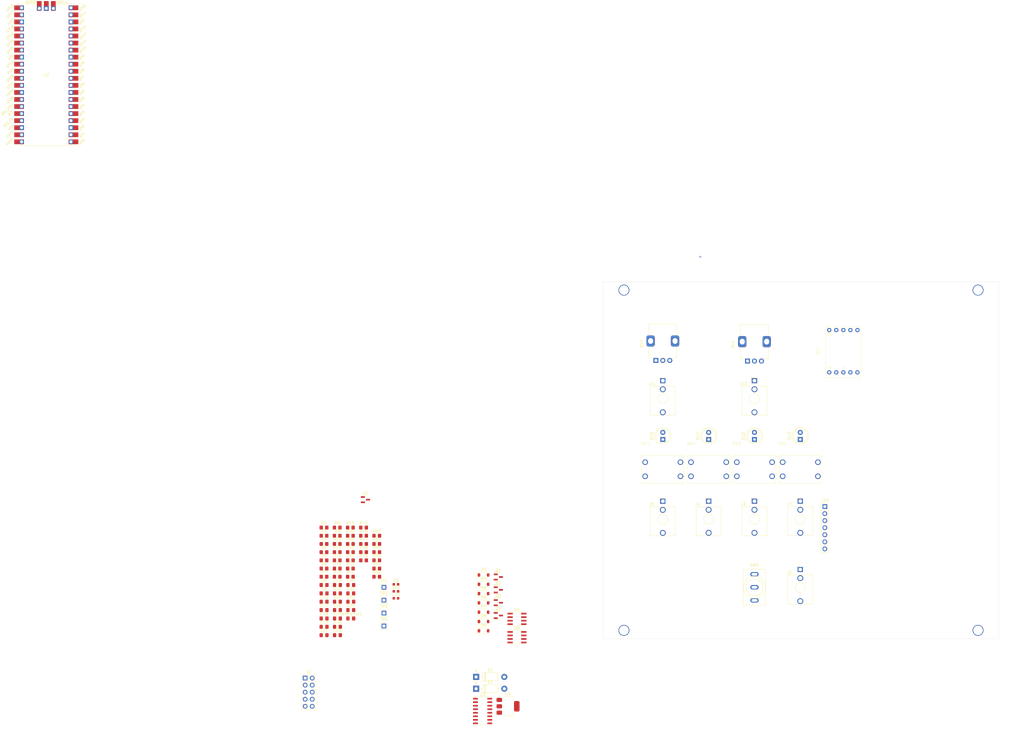
<source format=kicad_pcb>
(kicad_pcb (version 20240108) (generator "pcbnew") (generator_version "8.0")
  (title_block (date "2024-05-22"))
  (layers (0 "F.Cu" signal) (31 "B.Cu" signal) (34 "B.Paste" user) (35 "F.Paste" user) (36 "B.SilkS" user "B.Silkscreen") (37 "F.SilkS" user "F.Silkscreen") (38 "B.Mask" user) (39 "F.Mask" user) (44 "Edge.Cuts" user))
  (net 0 "")
  (net 1 "~")
  (net 2 "Net-(D1-A)")
  (net 3 "-12V")
  (net 4 "Net-(D2-A)")
  (net 5 "Net-(D3-K)")
  (net 6 "GND")
  (net 7 "Net-(D4-K)")
  (net 8 "Net-(D5-A)")
  (net 9 "Net-(D7-K)")
  (net 10 "Net-(D8-K)")
  (net 11 "Net-(D9-K)")
  (net 12 "Net-(D10-A)")
  (net 13 "Net-(D11-A)")
  (net 14 "Net-(D12-A)")
  (net 15 "Net-(D13-A)")
  (net 17 "seg_b")
  (net 18 "Net-(D14-k-Pad3)")
  (net 19 "seg_e")
  (net 20 "seg_g")
  (net 21 "seg_d")
  (net 23 "seg_f")
  (net 24 "seg_a")
  (net 25 "seg_c")
  (net 27 "Net-(C25-Pad2)")
  (net 28 "Net-(J3-PadT)")
  (net 31 "Net-(J4-PadT)")
  (net 33 "Net-(J5-PadT)")
  (net 35 "Net-(J7-PadT)")
  (net 37 "Net-(J11-PadT)")
  (net 39 "Net-(J12-PadT)")
  (net 40 "EXT_TRIG_1")
  (net 41 "EXT_TRIG_3")
  (net 42 "EXT_TRIG_2")
  (net 43 "EXT_TRIG_4")
  (net 44 "Net-(R53-Pad1)")
  (net 45 "-Vref")
  (net 46 "Net-(R57-Pad1)")
  (net 47 "Net-(R44-Pad2)")
  (net 49 "Net-(SW5-A)")
  (net 50 "LED_4")
  (net 51 "LED_2")
  (net 52 "AUDIO_PWM")
  (net 53 "Net-(U2-GP14)")
  (net 54 "BTN_4")
  (net 55 "Net-(U2-GP28)")
  (net 59 "shift_data")
  (net 60 "shift_clk")
  (net 61 "LED_3")
  (net 62 "Net-(U2-GP15)")
  (net 63 "sd_card_SPI0_CS")
  (net 64 "BTN_2")
  (net 66 "shift_latch")
  (net 67 "Net-(U2-GP1)")
  (net 68 "sd_card_SPI0_SCK")
  (net 69 "BTN_3")
  (net 70 "sd_card_SPI0_MISO")
  (net 72 "sd_card_SPI0_MOSI")
  (net 73 "LED_1")
  (net 76 "BANK_CV")
  (net 77 "BTN_1")
  (net 79 "PITCH_CV")
  (net 82 "Net-(U4A-+)")
  (net 83 "Net-(U4A--)")
  (net 84 "Net-(U4B--)")
  (net 85 "Net-(U6B--)")
  (net 86 "Net-(U6A--)")
  (net 87 "Net-(SW1-2)")
  (net 88 "Net-(SW2-2)")
  (net 89 "Net-(SW3-2)")
  (net 90 "Net-(C25-Pad1)")
  (net 91 "Net-(C27-Pad2)")
  (footprint "Resistor_SMD:R_0805_2012Metric_Pad1.20x1.40mm_HandSolder" (layer "F.Cu") (at 32 136.7)
    (property "Reference" "R7" (at 0 -1.65 0) (layer "F.SilkS"))
    (property "Value" "100K")
    (pad "1" smd roundrect (at -1 0) (size 1.2 1.4) (layers "F.Cu" "F.Paste" "F.Mask") (roundrect_rratio 0.208333) (net 31 "Net-(J4-PadT)"))
    (pad "2" smd roundrect (at 1 0) (size 1.2 1.4) (layers "F.Cu" "F.Paste" "F.Mask") (roundrect_rratio 0.208333) (net 10 "Net-(D8-K)"))
  )
  (footprint "Resistor_SMD:R_0805_2012Metric_Pad1.20x1.40mm_HandSolder" (layer "F.Cu") (at 32 127.85)
    (property "Reference" "R4" (at 0 -1.65 0) (layer "F.SilkS"))
    (property "Value" "10K")
    (pad "1" smd roundrect (at -1 0) (size 1.2 1.4) (layers "F.Cu" "F.Paste" "F.Mask") (roundrect_rratio 0.208333) (net 1 "~"))
    (pad "2" smd roundrect (at 1 0) (size 1.2 1.4) (layers "F.Cu" "F.Paste" "F.Mask") (roundrect_rratio 0.208333) (net 41 "EXT_TRIG_3"))
  )
  (footprint "Connector_PinHeader_2.54mm:PinHeader_1x07_P2.54mm_Vertical" (layer "F.Cu") (at 212.34 111.44)
    (property "Reference" "J10" (at 0 -2.33 0) (layer "F.SilkS"))
    (property "Value" "SD_CARD_CONN")
    (pad "1" thru_hole rect (at 0 0) (size 1.7 1.7) (drill 1) (layers "*.Cu" "*.Mask") (net 63 "sd_card_SPI0_CS"))
    (pad "2" thru_hole oval (at 0 2.54) (size 1.7 1.7) (drill 1) (layers "*.Cu" "*.Mask") (net 72 "sd_card_SPI0_MOSI"))
    (pad "3" thru_hole oval (at 0 5.08) (size 1.7 1.7) (drill 1) (layers "*.Cu" "*.Mask") (net 6 "GND"))
    (pad "4" thru_hole oval (at 0 7.62) (size 1.7 1.7) (drill 1) (layers "*.Cu" "*.Mask") (net 1 "~"))
    (pad "5" thru_hole oval (at 0 10.16) (size 1.7 1.7) (drill 1) (layers "*.Cu" "*.Mask") (net 68 "sd_card_SPI0_SCK"))
    (pad "6" thru_hole oval (at 0 12.7) (size 1.7 1.7) (drill 1) (layers "*.Cu" "*.Mask") (net 6 "GND"))
    (pad "7" thru_hole oval (at 0 15.24) (size 1.7 1.7) (drill 1) (layers "*.Cu" "*.Mask") (net 70 "sd_card_SPI0_MISO"))
  )
  (footprint "MCU_RaspberryPi_and_Boards:RPi_Pico_SMD_TH" (layer "F.Cu") (at -67.99 -44.03 180)
    (property "Reference" "U2" (at 0 0 180) (layer "F.SilkS"))
    (property "Value" "PICO_RP2040")
    (fp_text user "GP12" (at -13.2 13.97 -135) (layer "F.SilkS") (effects (font (size 0.8 0.8))))
    (fp_text user "GP17" (at 13.054 21.59 -135) (layer "F.SilkS") (effects (font (size 0.8 0.8))))
    (fp_text user "GP13" (at -13.054 16.51 -135) (layer "F.SilkS") (effects (font (size 0.8 0.8))))
    (fp_text user "GND" (at 12.8 19.05 -135) (layer "F.SilkS") (effects (font (size 0.8 0.8))))
    (fp_text user "GND" (at 12.8 6.35 -135) (layer "F.SilkS") (effects (font (size 0.8 0.8))))
    (fp_text user "GP9" (at -12.8 3.81 -135) (layer "F.SilkS") (effects (font (size 0.8 0.8))))
    (fp_text user "GP20" (at 13.054 11.43 -135) (layer "F.SilkS") (effects (font (size 0.8 0.8))))
    (fp_text user "AGND" (at 13.054 -6.35 -135) (layer "F.SilkS") (effects (font (size 0.8 0.8))))
    (fp_text user "GP14" (at -13.1 21.59 -135) (layer "F.SilkS") (effects (font (size 0.8 0.8))))
    (fp_text user "ADC_VREF" (at 14 -12.5 -135) (layer "F.SilkS") (effects (font (size 0.8 0.8))))
    (fp_text user "GP3" (at -12.8 -13.97 -135) (layer "F.SilkS") (effects (font (size 0.8 0.8))))
    (fp_text user "GP26" (at 13.054 -1.27 -135) (layer "F.SilkS") (effects (font (size 0.8 0.8))))
    (fp_text user "SWDIO" (at 5.6 26.2 180) (layer "F.SilkS") (effects (font (size 0.8 0.8))))
    (fp_text user "GND" (at -12.8 -6.35 -135) (layer "F.SilkS") (effects (font (size 0.8 0.8))))
    (fp_text user "GP11" (at -13.2 11.43 -135) (layer "F.SilkS") (effects (font (size 0.8 0.8))))
    (fp_text user "GP28" (at 13.054 -9.144 -135) (layer "F.SilkS") (effects (font (size 0.8 0.8))))
    (fp_text user "GP10" (at -13.054 8.89 -135) (layer "F.SilkS") (effects (font (size 0.8 0.8))))
    (fp_text user "GND" (at -12.8 -19.05 -135) (layer "F.SilkS") (effects (font (size 0.8 0.8))))
    (fp_text user "3V3_EN" (at 13.7 -17.2 -135) (layer "F.SilkS") (effects (font (size 0.8 0.8))))
    (fp_text user "GP8" (at -12.8 1.27 -135) (layer "F.SilkS") (effects (font (size 0.8 0.8))))
    (fp_text user "VSYS" (at 13.2 -21.59 -135) (layer "F.SilkS") (effects (font (size 0.8 0.8))))
    (fp_text user "SWCLK" (at -5.7 26.2 180) (layer "F.SilkS") (effects (font (size 0.8 0.8))))
    (fp_text user "GND" (at 12.8 -19.05 -135) (layer "F.SilkS") (effects (font (size 0.8 0.8))))
    (fp_text user "GP21" (at 13.054 8.9 -135) (layer "F.SilkS") (effects (font (size 0.8 0.8))))
    (fp_text user "GP7" (at -12.7 -1.3 -135) (layer "F.SilkS") (effects (font (size 0.8 0.8))))
    (fp_text user "GP27" (at 13.054 -3.8 -135) (layer "F.SilkS") (effects (font (size 0.8 0.8))))
    (fp_text user "GND" (at -12.8 19.05 -135) (layer "F.SilkS") (effects (font (size 0.8 0.8))))
    (fp_text user "GP16" (at 13.054 24.13 -135) (layer "F.SilkS") (effects (font (size 0.8 0.8))))
    (fp_text user "GP0" (at -12.8 -24.13 -135) (layer "F.SilkS") (effects (font (size 0.8 0.8))))
    (fp_text user "GP18" (at 13.054 16.51 -135) (layer "F.SilkS") (effects (font (size 0.8 0.8))))
    (fp_text user "RUN" (at 13 1.27 -135) (layer "F.SilkS") (effects (font (size 0.8 0.8))))
    (fp_text user "GP22" (at 13.054 3.81 -135) (layer "F.SilkS") (effects (font (size 0.8 0.8))))
    (fp_text user "GND" (at -12.8 6.35 -135) (layer "F.SilkS") (effects (font (size 0.8 0.8))))
    (fp_text user "GP15" (at -13.054 24.13 -135) (layer "F.SilkS") (effects (font (size 0.8 0.8))))
    (fp_text user "3V3" (at 12.9 -13.9 -135) (layer "F.SilkS") (effects (font (size 0.8 0.8))))
    (fp_text user "GP2" (at -12.9 -16.51 -135) (layer "F.SilkS") (effects (font (size 0.8 0.8))))
    (fp_text user "GP19" (at 13.054 13.97 -135) (layer "F.SilkS") (effects (font (size 0.8 0.8))))
    (fp_text user "VBUS" (at 13.3 -24.2 -135) (layer "F.SilkS") (effects (font (size 0.8 0.8))))
    (fp_text user "GP5" (at -12.8 -8.89 -135) (layer "F.SilkS") (effects (font (size 0.8 0.8))))
    (fp_text user "GP6" (at -12.8 -3.81 -135) (layer "F.SilkS") (effects (font (size 0.8 0.8))))
    (fp_text user "GP1" (at -12.9 -21.6 -135) (layer "F.SilkS") (effects (font (size 0.8 0.8))))
    (fp_text user "GP4" (at -12.8 -11.43 -135) (layer "F.SilkS") (effects (font (size 0.8 0.8))))
    (pad "" np_thru_hole oval (at -2.725 -24 180) (size 1.8 1.8) (drill 1.8) (layers "*.Cu" "*.Mask"))
    (pad "" np_thru_hole oval (at -2.425 -20.97 180) (size 1.5 1.5) (drill 1.5) (layers "*.Cu" "*.Mask"))
    (pad "" np_thru_hole oval (at 2.425 -20.97 180) (size 1.5 1.5) (drill 1.5) (layers "*.Cu" "*.Mask"))
    (pad "" np_thru_hole oval (at 2.725 -24 180) (size 1.8 1.8) (drill 1.8) (layers "*.Cu" "*.Mask"))
    (pad "1" thru_hole oval (at -8.89 -24.13 180) (size 1.7 1.7) (drill 1.02) (layers "*.Cu" "*.Mask") (net 52 "AUDIO_PWM"))
    (pad "1" smd rect (at -8.89 -24.13 180) (size 3.5 1.7) (drill (offset -0.9 0)) (layers "F.Cu" "F.Mask") (net 52 "AUDIO_PWM"))
    (pad "2" thru_hole oval (at -8.89 -21.59 180) (size 1.7 1.7) (drill 1.02) (layers "*.Cu" "*.Mask") (net 67 "Net-(U2-GP1)"))
    (pad "2" smd rect (at -8.89 -21.59 180) (size 3.5 1.7) (drill (offset -0.9 0)) (layers "F.Cu" "F.Mask") (net 67 "Net-(U2-GP1)"))
    (pad "3" thru_hole rect (at -8.89 -19.05 180) (size 1.7 1.7) (drill 1.02) (layers "*.Cu" "*.Mask") (net 6 "GND"))
    (pad "3" smd rect (at -8.89 -19.05 180) (size 3.5 1.7) (drill (offset -0.9 0)) (layers "F.Cu" "F.Mask") (net 6 "GND"))
    (pad "4" thru_hole oval (at -8.89 -16.51 180) (size 1.7 1.7) (drill 1.02) (layers "*.Cu" "*.Mask") (net 77 "BTN_1"))
    (pad "4" smd rect (at -8.89 -16.51 180) (size 3.5 1.7) (drill (offset -0.9 0)) (layers "F.Cu" "F.Mask") (net 77 "BTN_1"))
    (pad "5" thru_hole oval (at -8.89 -13.97 180) (size 1.7 1.7) (drill 1.02) (layers "*.Cu" "*.Mask") (net 64 "BTN_2"))
    (pad "5" smd rect (at -8.89 -13.97 180) (size 3.5 1.7) (drill (offset -0.9 0)) (layers "F.Cu" "F.Mask") (net 64 "BTN_2"))
    (pad "6" thru_hole oval (at -8.89 -11.43 180) (size 1.7 1.7) (drill 1.02) (layers "*.Cu" "*.Mask") (net 69 "BTN_3"))
    (pad "6" smd rect (at -8.89 -11.43 180) (size 3.5 1.7) (drill (offset -0.9 0)) (layers "F.Cu" "F.Mask") (net 69 "BTN_3"))
    (pad "7" thru_hole oval (at -8.89 -8.89 180) (size 1.7 1.7) (drill 1.02) (layers "*.Cu" "*.Mask") (net 54 "BTN_4"))
    (pad "7" smd rect (at -8.89 -8.89 180) (size 3.5 1.7) (drill (offset -0.9 0)) (layers "F.Cu" "F.Mask") (net 54 "BTN_4"))
    (pad "8" thru_hole rect (at -8.89 -6.35 180) (size 1.7 1.7) (drill 1.02) (layers "*.Cu" "*.Mask") (net 6 "GND"))
    (pad "8" smd rect (at -8.89 -6.35 180) (size 3.5 1.7) (drill (offset -0.9 0)) (layers "F.Cu" "F.Mask") (net 6 "GND"))
    (pad "9" thru_hole oval (at -8.89 -3.81 180) (size 1.7 1.7) (drill 1.02) (layers "*.Cu" "*.Mask") (net 40 "EXT_TRIG_1"))
    (pad "9" smd rect (at -8.89 -3.81 180) (size 3.5 1.7) (drill (offset -0.9 0)) (layers "F.Cu" "F.Mask") (net 40 "EXT_TRIG_1"))
    (pad "10" thru_hole oval (at -8.89 -1.27 180) (size 1.7 1.7) (drill 1.02) (layers "*.Cu" "*.Mask") (net 42 "EXT_TRIG_2"))
    (pad "10" smd rect (at -8.89 -1.27 180) (size 3.5 1.7) (drill (offset -0.9 0)) (layers "F.Cu" "F.Mask") (net 42 "EXT_TRIG_2"))
    (pad "11" thru_hole oval (at -8.89 1.27 180) (size 1.7 1.7) (drill 1.02) (layers "*.Cu" "*.Mask") (net 41 "EXT_TRIG_3"))
    (pad "11" smd rect (at -8.89 1.27 180) (size 3.5 1.7) (drill (offset -0.9 0)) (layers "F.Cu" "F.Mask") (net 41 "EXT_TRIG_3"))
    (pad "12" thru_hole oval (at -8.89 3.81 180) (size 1.7 1.7) (drill 1.02) (layers "*.Cu" "*.Mask") (net 43 "EXT_TRIG_4"))
    (pad "12" smd rect (at -8.89 3.81 180) (size 3.5 1.7) (drill (offset -0.9 0)) (layers "F.Cu" "F.Mask") (net 43 "EXT_TRIG_4"))
    (pad "13" thru_hole rect (at -8.89 6.35 180) (size 1.7 1.7) (drill 1.02) (layers "*.Cu" "*.Mask") (net 6 "GND"))
    (pad "13" smd rect (at -8.89 6.35 180) (size 3.5 1.7) (drill (offset -0.9 0)) (layers "F.Cu" "F.Mask") (net 6 "GND"))
    (pad "14" thru_hole oval (at -8.89 8.89 180) (size 1.7 1.7) (drill 1.02) (layers "*.Cu" "*.Mask") (net 73 "LED_1"))
    (pad "14" smd rect (at -8.89 8.89 180) (size 3.5 1.7) (drill (offset -0.9 0)) (layers "F.Cu" "F.Mask") (net 73 "LED_1"))
    (pad "15" thru_hole oval (at -8.89 11.43 180) (size 1.7 1.7) (drill 1.02) (layers "*.Cu" "*.Mask") (net 51 "LED_2"))
    (pad "15" smd rect (at -8.89 11.43 180) (size 3.5 1.7) (drill (offset -0.9 0)) (layers "F.Cu" "F.Mask") (net 51 "LED_2"))
    (pad "16" thru_hole oval (at -8.89 13.97 180) (size 1.7 1.7) (drill 1.02) (layers "*.Cu" "*.Mask") (net 61 "LED_3"))
    (pad "16" smd rect (at -8.89 13.97 180) (size 3.5 1.7) (drill (offset -0.9 0)) (layers "F.Cu" "F.Mask") (net 61 "LED_3"))
    (pad "17" thru_hole oval (at -8.89 16.51 180) (size 1.7 1.7) (drill 1.02) (layers "*.Cu" "*.Mask") (net 50 "LED_4"))
    (pad "17" smd rect (at -8.89 16.51 180) (size 3.5 1.7) (drill (offset -0.9 0)) (layers "F.Cu" "F.Mask") (net 50 "LED_4"))
    (pad "18" thru_hole rect (at -8.89 19.05 180) (size 1.7 1.7) (drill 1.02) (layers "*.Cu" "*.Mask") (net 6 "GND"))
    (pad "18" smd rect (at -8.89 19.05 180) (size 3.5 1.7) (drill (offset -0.9 0)) (layers "F.Cu" "F.Mask") (net 6 "GND"))
    (pad "19" thru_hole oval (at -8.89 21.59 180) (size 1.7 1.7) (drill 1.02) (layers "*.Cu" "*.Mask") (net 53 "Net-(U2-GP14)"))
    (pad "19" smd rect (at -8.89 21.59 180) (size 3.5 1.7) (drill (offset -0.9 0)) (layers "F.Cu" "F.Mask") (net 53 "Net-(U2-GP14)"))
    (pad "20" thru_hole oval (at -8.89 24.13 180) (size 1.7 1.7) (drill 1.02) (layers "*.Cu" "*.Mask") (net 62 "Net-(U2-GP15)"))
    (pad "20" smd rect (at -8.89 24.13 180) (size 3.5 1.7) (drill (offset -0.9 0)) (layers "F.Cu" "F.Mask") (net 62 "Net-(U2-GP15)"))
    (pad "21" thru_hole oval (at 8.89 24.13 180) (size 1.7 1.7) (drill 1.02) (layers "*.Cu" "*.Mask") (net 70 "sd_card_SPI0_MISO"))
    (pad "21" smd rect (at 8.89 24.13 180) (size 3.5 1.7) (drill (offset 0.9 0)) (layers "F.Cu" "F.Mask") (net 70 "sd_card_SPI0_MISO"))
    (pad "22" thru_hole oval (at 8.89 21.59 180) (size 1.7 1.7) (drill 1.02) (layers "*.Cu" "*.Mask") (net 63 "sd_card_SPI0_CS"))
    (pad "22" smd rect (at 8.89 21.59 180) (size 3.5 1.7) (drill (offset 0.9 0)) (layers "F.Cu" "F.Mask") (net 63 "sd_card_SPI0_CS"))
    (pad "23" thru_hole rect (at 8.89 19.05 180) (size 1.7 1.7) (drill 1.02) (layers "*.Cu" "*.Mask") (net 6 "GND"))
    (pad "23" smd rect (at 8.89 19.05 180) (size 3.5 1.7) (drill (offset 0.9 0)) (layers "F.Cu" "F.Mask") (net 6 "GND"))
    (pad "24" thru_hole oval (at 8.89 16.51 180) (size 1.7 1.7) (drill 1.02) (layers "*.Cu" "*.Mask") (net 68 "sd_card_SPI0_SCK"))
    (pad "24" smd rect (at 8.89 16.51 180) (size 3.5 1.7) (drill (offset 0.9 0)) (layers "F.Cu" "F.Mask") (net 68 "sd_card_SPI0_SCK"))
    (pad "25" thru_hole oval (at 8.89 13.97 180) (size 1.7 1.7) (drill 1.02) (layers "*.Cu" "*.Mask") (net 72 "sd_card_SPI0_MOSI"))
    (pad "25" smd rect (at 8.89 13.97 180) (size 3.5 1.7) (drill (offset 0.9 0)) (layers "F.Cu" "F.Mask") (net 72 "sd_card_SPI0_MOSI"))
    (pad "26" thru_hole oval (at 8.89 11.43 180) (size 1.7 1.7) (drill 1.02) (layers "*.Cu" "*.Mask") (net 59 "shift_data"))
    (pad "26" smd rect (at 8.89 11.43 180) (size 3.5 1.7) (drill (offset 0.9 0)) (layers "F.Cu" "F.Mask") (net 59 "shift_data"))
    (pad "27" thru_hole oval (at 8.89 8.89 180) (size 1.7 1.7) (drill 1.02) (layers "*.Cu" "*.Mask") (net 66 "shift_latch"))
    (pad "27" smd rect (at 8.89 8.89 180) (size 3.5 1.7) (drill (offset 0.9 0)) (layers "F.Cu" "F.Mask") (net 66 "shift_latch"))
    (pad "28" thru_hole rect (at 8.89 6.35 180) (size 1.7 1.7) (drill 1.02) (layers "*.Cu" "*.Mask") (net 6 "GND"))
    (pad "28" smd rect (at 8.89 6.35 180) (size 3.5 1.7) (drill (offset 0.9 0)) (layers "F.Cu" "F.Mask") (net 6 "GND"))
    (pad "29" thru_hole oval (at 8.89 3.81 180) (size 1.7 1.7) (drill 1.02) (layers "*.Cu" "*.Mask") (net 60 "shift_clk"))
    (pad "29" smd rect (at 8.89 3.81 180) (size 3.5 1.7) (drill (offset 0.9 0)) (layers "F.Cu" "F.Mask") (net 60 "shift_clk"))
    (pad "30" thru_hole oval (at 8.89 1.27 180) (size 1.7 1.7) (drill 1.02) (layers "*.Cu" "*.Mask"))
    (pad "30" smd rect (at 8.89 1.27 180) (size 3.5 1.7) (drill (offset 0.9 0)) (layers "F.Cu" "F.Mask"))
    (pad "31" thru_hole oval (at 8.89 -1.27 180) (size 1.7 1.7) (drill 1.02) (layers "*.Cu" "*.Mask") (net 76 "BANK_CV"))
    (pad "31" smd rect (at 8.89 -1.27 180) (size 3.5 1.7) (drill (offset 0.9 0)) (layers "F.Cu" "F.Mask") (net 76 "BANK_CV"))
    (pad "32" thru_hole oval (at 8.89 -3.81 180) (size 1.7 1.7) (drill 1.02) (layers "*.Cu" "*.Mask") (net 79 "PITCH_CV"))
    (pad "32" smd rect (at 8.89 -3.81 180) (size 3.5 1.7) (drill (offset 0.9 0)) (layers "F.Cu" "F.Mask") (net 79 "PITCH_CV"))
    (pad "33" thru_hole rect (at 8.89 -6.35 180) (size 1.7 1.7) (drill 1.02) (layers "*.Cu" "*.Mask") (net 6 "GND"))
    (pad "33" smd rect (at 8.89 -6.35 180) (size 3.5 1.7) (drill (offset 0.9 0)) (layers "F.Cu" "F.Mask") (net 6 "GND"))
    (pad "34" thru_hole oval (at 8.89 -8.89 180) (size 1.7 1.7) (drill 1.02) (layers "*.Cu" "*.Mask") (net 55 "Net-(U2-GP28)"))
    (pad "34" smd rect (at 8.89 -8.89 180) (size 3.5 1.7) (drill (offset 0.9 0)) (layers "F.Cu" "F.Mask") (net 55 "Net-(U2-GP28)"))
    (pad "35" thru_hole oval (at 8.89 -11.43 180) (size 1.7 1.7) (drill 1.02) (layers "*.Cu" "*.Mask"))
    (pad "35" smd rect (at 8.89 -11.43 180) (size 3.5 1.7) (drill (offset 0.9 0)) (layers "F.Cu" "F.Mask"))
    (pad "36" thru_hole oval (at 8.89 -13.97 180) (size 1.7 1.7) (drill 1.02) (layers "*.Cu" "*.Mask") (net 1 "~"))
    (pad "36" smd rect (at 8.89 -13.97 180) (size 3.5 1.7) (drill (offset 0.9 0)) (layers "F.Cu" "F.Mask") (net 1 "~"))
    (pad "37" thru_hole oval (at 8.89 -16.51 180) (size 1.7 1.7) (drill 1.02) (layers "*.Cu" "*.Mask"))
    (pad "37" smd rect (at 8.89 -16.51 180) (size 3.5 1.7) (drill (offset 0.9 0)) (layers "F.Cu" "F.Mask"))
    (pad "38" thru_hole rect (at 8.89 -19.05 180) (size 1.7 1.7) (drill 1.02) (layers "*.Cu" "*.Mask") (net 6 "GND"))
    (pad "38" smd rect (at 8.89 -19.05 180) (size 3.5 1.7) (drill (offset 0.9 0)) (layers "F.Cu" "F.Mask") (net 6 "GND"))
    (pad "39" thru_hole oval (at 8.89 -21.59 180) (size 1.7 1.7) (drill 1.02) (layers "*.Cu" "*.Mask") (net 9 "Net-(D7-K)"))
    (pad "39" smd rect (at 8.89 -21.59 180) (size 3.5 1.7) (drill (offset 0.9 0)) (layers "F.Cu" "F.Mask") (net 9 "Net-(D7-K)"))
    (pad "40" thru_hole oval (at 8.89 -24.13 180) (size 1.7 1.7) (drill 1.02) (layers "*.Cu" "*.Mask"))
    (pad "40" smd rect (at 8.89 -24.13 180) (size 3.5 1.7) (drill (offset 0.9 0)) (layers "F.Cu" "F.Mask"))
    (pad "41" thru_hole oval (at -2.54 23.9 180) (size 1.7 1.7) (drill 1.02) (layers "*.Cu" "*.Mask"))
    (pad "41" smd rect (at -2.54 23.9 270) (size 3.5 1.7) (drill (offset -0.9 0)) (layers "F.Cu" "F.Mask"))
    (pad "42" thru_hole rect (at 0 23.9 180) (size 1.7 1.7) (drill 1.02) (layers "*.Cu" "*.Mask"))
    (pad "42" smd rect (at 0 23.9 270) (size 3.5 1.7) (drill (offset -0.9 0)) (layers "F.Cu" "F.Mask"))
    (pad "43" thru_hole oval (at 2.54 23.9 180) (size 1.7 1.7) (drill 1.02) (layers "*.Cu" "*.Mask"))
    (pad "43" smd rect (at 2.54 23.9 270) (size 3.5 1.7) (drill (offset -0.9 0)) (layers "F.Cu" "F.Mask"))
  )
  (footprint "Resistor_SMD:R_0805_2012Metric_Pad1.20x1.40mm_HandSolder" (layer "F.Cu") (at 36.75 133.75)
    (property "Reference" "R13" (at 0 -1.65 0) (layer "F.SilkS"))
    (property "Value" "330")
    (pad "1" smd roundrect (at -1 0) (size 1.2 1.4) (layers "F.Cu" "F.Paste" "F.Mask") (roundrect_rratio 0.208333) (net 61 "LED_3"))
    (pad "2" smd roundrect (at 1 0) (size 1.2 1.4) (layers "F.Cu" "F.Paste" "F.Mask") (roundrect_rratio 0.208333) (net 14 "Net-(D12-A)"))
  )
  (footprint "Capacitor_SMD:C_0805_2012Metric_Pad1.18x1.45mm_HandSolder" (layer "F.Cu") (at 36.84 145.7)
    (property "Reference" "C25" (at 0 -1.68 0) (layer "F.SilkS"))
    (property "Value" "100nF")
    (pad "1" smd roundrect (at -1.0375 0) (size 1.175 1.45) (layers "F.Cu" "F.Paste" "F.Mask") (roundrect_rratio 0.212766) (net 90 "Net-(C25-Pad1)"))
    (pad "2" smd roundrect (at 1.0375 0) (size 1.175 1.45) (layers "F.Cu" "F.Paste" "F.Mask") (roundrect_rratio 0.212766) (net 27 "Net-(C25-Pad2)"))
  )
  (footprint "Resistor_SMD:R_0805_2012Metric_Pad1.20x1.40mm_HandSolder" (layer "F.Cu") (at 36.75 136.7)
    (property "Reference" "R14" (at 0 -1.65 0) (layer "F.SilkS"))
    (property "Value" "330")
    (pad "1" smd roundrect (at -1 0) (size 1.2 1.4) (layers "F.Cu" "F.Paste" "F.Mask") (roundrect_rratio 0.208333) (net 50 "LED_4"))
    (pad "2" smd roundrect (at 1 0) (size 1.2 1.4) (layers "F.Cu" "F.Paste" "F.Mask") (roundrect_rratio 0.208333) (net 15 "Net-(D13-A)"))
  )
  (footprint "Resistor_SMD:R_0805_2012Metric_Pad1.20x1.40mm_HandSolder" (layer "F.Cu") (at 51 136.7)
    (property "Reference" "R58" (at 0 -1.65 0) (layer "F.SilkS"))
    (property "Value" "66.5k")
    (pad "1" smd roundrect (at -1 0) (size 1.2 1.4) (layers "F.Cu" "F.Paste" "F.Mask") (roundrect_rratio 0.208333) (net 85 "Net-(U6B--)"))
    (pad "2" smd roundrect (at 1 0) (size 1.2 1.4) (layers "F.Cu" "F.Paste" "F.Mask") (roundrect_rratio 0.208333) (net 76 "BANK_CV"))
  )
  (footprint "Connector_PinHeader_2.54mm:PinHeader_2x05_P2.54mm_Vertical" (layer "F.Cu") (at 25.22 173.19)
    (property "Reference" "J1" (at 1.27 -2.33 0) (layer "F.SilkS"))
    (property "Value" "Conn_02x05_Odd_Even")
    (pad "1" thru_hole rect (at 0 0) (size 1.7 1.7) (drill 1) (layers "*.Cu" "*.Mask") (net 2 "Net-(D1-A)"))
    (pad "2" thru_hole oval (at 2.54 0) (size 1.7 1.7) (drill 1) (layers "*.Cu" "*.Mask") (net 2 "Net-(D1-A)"))
    (pad "3" thru_hole oval (at 0 2.54) (size 1.7 1.7) (drill 1) (layers "*.Cu" "*.Mask") (net 6 "GND"))
    (pad "4" thru_hole oval (at 2.54 2.54) (size 1.7 1.7) (drill 1) (layers "*.Cu" "*.Mask") (net 6 "GND"))
    (pad "5" thru_hole oval (at 0 5.08) (size 1.7 1.7) (drill 1) (layers "*.Cu" "*.Mask") (net 6 "GND"))
    (pad "6" thru_hole oval (at 2.54 5.08) (size 1.7 1.7) (drill 1) (layers "*.Cu" "*.Mask") (net 6 "GND"))
    (pad "7" thru_hole oval (at 0 7.62) (size 1.7 1.7) (drill 1) (layers "*.Cu" "*.Mask") (net 6 "GND"))
    (pad "8" thru_hole oval (at 2.54 7.62) (size 1.7 1.7) (drill 1) (layers "*.Cu" "*.Mask") (net 6 "GND"))
    (pad "9" thru_hole oval (at 0 10.16) (size 1.7 1.7) (drill 1) (layers "*.Cu" "*.Mask") (net 4 "Net-(D2-A)"))
    (pad "10" thru_hole oval (at 2.54 10.16) (size 1.7 1.7) (drill 1) (layers "*.Cu" "*.Mask") (net 4 "Net-(D2-A)"))
  )
  (footprint "Package_SO:SOIC-8_3.9x4.9mm_P1.27mm" (layer "F.Cu") (at 101.48 158.475)
    (property "Reference" "U6" (at 0 -3.4 0) (layer "F.SilkS"))
    (property "Value" "MCP6002-xMS")
    (pad "1" smd roundrect (at -2.475 -1.905) (size 1.95 0.6) (layers "F.Cu" "F.Paste" "F.Mask") (net 79 "PITCH_CV"))
    (pad "2" smd roundrect (at -2.475 -0.635) (size 1.95 0.6) (layers "F.Cu" "F.Paste" "F.Mask") (net 86 "Net-(U6A--)"))
    (pad "3" smd roundrect (at -2.475 0.635) (size 1.95 0.6) (layers "F.Cu" "F.Paste" "F.Mask") (net 6 "GND"))
    (pad "4" smd roundrect (at -2.475 1.905) (size 1.95 0.6) (layers "F.Cu" "F.Paste" "F.Mask") (net 6 "GND"))
    (pad "5" smd roundrect (at 2.475 1.905) (size 1.95 0.6) (layers "F.Cu" "F.Paste" "F.Mask") (net 6 "GND"))
    (pad "6" smd roundrect (at 2.475 0.635) (size 1.95 0.6) (layers "F.Cu" "F.Paste" "F.Mask") (net 85 "Net-(U6B--)"))
    (pad "7" smd roundrect (at 2.475 -0.635) (size 1.95 0.6) (layers "F.Cu" "F.Paste" "F.Mask") (net 76 "BANK_CV"))
    (pad "8" smd roundrect (at 2.475 -1.905) (size 1.95 0.6) (layers "F.Cu" "F.Paste" "F.Mask") (net 1 "~"))
  )
  (footprint "Capacitor_SMD:C_0805_2012Metric_Pad1.18x1.45mm_HandSolder" (layer "F.Cu") (at 36.84 154.73)
    (property "Reference" "C28" (at 0 -1.68 0) (layer "F.SilkS"))
    (property "Value" "2.2n")
    (pad "1" smd roundrect (at -1.0375 0) (size 1.175 1.45) (layers "F.Cu" "F.Paste" "F.Mask") (roundrect_rratio 0.212766) (net 49 "Net-(SW5-A)"))
    (pad "2" smd roundrect (at 1.0375 0) (size 1.175 1.45) (layers "F.Cu" "F.Paste" "F.Mask") (roundrect_rratio 0.212766) (net 91 "Net-(C27-Pad2)"))
  )
  (footprint "Package_TO_SOT_SMD:SOT-23" (layer "F.Cu") (at 94.78 146.05)
    (property "Reference" "Q3" (at 0 -2.4 0) (layer "F.SilkS"))
    (property "Value" "MMBT3904")
    (pad "1" smd roundrect (at -0.9375 -0.95) (size 1.475 0.6) (layers "F.Cu" "F.Paste" "F.Mask") (net 10 "Net-(D8-K)"))
    (pad "2" smd roundrect (at -0.9375 0.95) (size 1.475 0.6) (layers "F.Cu" "F.Paste" "F.Mask") (net 6 "GND"))
    (pad "3" smd roundrect (at 0.9375 0) (size 1.475 0.6) (layers "F.Cu" "F.Paste" "F.Mask") (net 42 "EXT_TRIG_2"))
  )
  (footprint "LED_THT:LED_D5.0mm" (layer "F.Cu") (at 170.5 87.275 90)
    (property "Reference" "D11" (at 1.27 -3.96 -90) (layer "F.SilkS"))
    (property "Value" "LED")
    (pad "1" thru_hole rect (at 0 0 90) (size 1.8 1.8) (drill 0.9) (layers "*.Cu" "*.Mask") (net 6 "GND"))
    (pad "2" thru_hole circle (at 2.54 0 90) (size 1.8 1.8) (drill 0.9) (layers "*.Cu" "*.Mask") (net 13 "Net-(D11-A)"))
  )
  (footprint "Capacitor_SMD:C_0805_2012Metric_Pad1.18x1.45mm_HandSolder" (layer "F.Cu") (at 36.84 157.74)
    (property "Reference" "C29" (at 0 -1.68 0) (layer "F.SilkS"))
    (property "Value" "2.2n")
    (pad "1" smd roundrect (at -1.0375 0) (size 1.175 1.45) (layers "F.Cu" "F.Paste" "F.Mask") (roundrect_rratio 0.212766) (net 49 "Net-(SW5-A)"))
    (pad "2" smd roundrect (at 1.0375 0) (size 1.175 1.45) (layers "F.Cu" "F.Paste" "F.Mask") (roundrect_rratio 0.212766) (net 82 "Net-(U4A-+)"))
  )
  (footprint "Capacitor_SMD:C_0805_2012Metric_Pad1.18x1.45mm_HandSolder" (layer "F.Cu") (at 36.84 151.72)
    (property "Reference" "C27" (at 0 -1.68 0) (layer "F.SilkS"))
    (property "Value" "470p")
    (pad "1" smd roundrect (at -1.0375 0) (size 1.175 1.45) (layers "F.Cu" "F.Paste" "F.Mask") (roundrect_rratio 0.212766) (net 6 "GND"))
    (pad "2" smd roundrect (at 1.0375 0) (size 1.175 1.45) (layers "F.Cu" "F.Paste" "F.Mask") (roundrect_rratio 0.212766) (net 91 "Net-(C27-Pad2)"))
  )
  (footprint "Connector_Audio:Jack_3.5mm_QingPu_WQP-PJ398SM_Vertical_CircularHoles" (layer "F.Cu") (at 187 66.1)
    (property "Reference" "J12" (at -4.03 1.08 180) (layer "F.SilkS"))
    (property "Value" "Analogue Input Jack")
    (pad "S" thru_hole rect (at 0 0 180) (size 1.93 1.83) (drill 1.22) (layers "*.Cu" "*.Mask") (net 6 "GND"))
    (pad "T" thru_hole circle (at 0 11.4 180) (size 2.13 2.13) (drill 1.43) (layers "*.Cu" "*.Mask") (net 39 "Net-(J12-PadT)"))
    (pad "TN" thru_hole circle (at 0 3.1 180) (size 2.13 2.13) (drill 1.42) (layers "*.Cu" "*.Mask"))
  )
  (footprint "Package_TO_SOT_SMD:SOT-23" (layer "F.Cu") (at 94.78 150.675)
    (property "Reference" "Q4" (at 0 -2.4 0) (layer "F.SilkS"))
    (property "Value" "MMBT3904")
    (pad "1" smd roundrect (at -0.9375 -0.95) (size 1.475 0.6) (layers "F.Cu" "F.Paste" "F.Mask") (net 11 "Net-(D9-K)"))
    (pad "2" smd roundrect (at -0.9375 0.95) (size 1.475 0.6) (layers "F.Cu" "F.Paste" "F.Mask") (net 6 "GND"))
    (pad "3" smd roundrect (at 0.9375 0) (size 1.475 0.6) (layers "F.Cu" "F.Paste" "F.Mask") (net 43 "EXT_TRIG_4"))
  )
  (footprint "Resistor_SMD:R_0805_2012Metric_Pad1.20x1.40mm_HandSolder" (layer "F.Cu") (at 32 133.75)
    (property "Reference" "R6" (at 0 -1.65 0) (layer "F.SilkS"))
    (property "Value" "10K")
    (pad "1" smd roundrect (at -1 0) (size 1.2 1.4) (layers "F.Cu" "F.Paste" "F.Mask") (roundrect_rratio 0.208333) (net 64 "BTN_2"))
    (pad "2" smd roundrect (at 1 0) (size 1.2 1.4) (layers "F.Cu" "F.Paste" "F.Mask") (roundrect_rratio 0.208333) (net 1 "~"))
  )
  (footprint "Diode_THT:D_DO-41_SOD81_P10.16mm_Horizontal" (layer "F.Cu") (at 86.77 172.775)
    (property "Reference" "D1" (at 5.08 -2.47 0) (layer "F.SilkS"))
    (property "Value" "1N4001")
    (fp_text user "K" (at 0 -2.1 0) (layer "F.SilkS"))
    (pad "1" thru_hole rect (at 0 0) (size 2.2 2.2) (drill 1.1) (layers "*.Cu" "*.Mask") (net 1 "~"))
    (pad "2" thru_hole oval (at 10.16 0) (size 2.2 2.2) (drill 1.1) (layers "*.Cu" "*.Mask") (net 2 "Net-(D1-A)"))
  )
  (footprint "Diode_SMD:D_SOD-123" (layer "F.Cu") (at 89.465 152.825)
    (property "Reference" "D8" (at 0 -2 0) (layer "F.SilkS"))
    (property "Value" "1N4148W")
    (pad "1" smd roundrect (at -1.65 0) (size 0.9 1.2) (layers "F.Cu" "F.Paste" "F.Mask") (net 10 "Net-(D8-K)"))
    (pad "2" smd roundrect (at 1.65 0) (size 0.9 1.2) (layers "F.Cu" "F.Paste" "F.Mask") (net 6 "GND"))
  )
  (footprint "Diode_SMD:D_SOD-123" (layer "F.Cu") (at 89.465 139.425)
    (property "Reference" "D4" (at 0 -2 0) (layer "F.SilkS"))
    (property "Value" "1N4148W")
    (pad "1" smd roundrect (at -1.65 0) (size 0.9 1.2) (layers "F.Cu" "F.Paste" "F.Mask") (net 7 "Net-(D4-K)"))
    (pad "2" smd roundrect (at 1.65 0) (size 0.9 1.2) (layers "F.Cu" "F.Paste" "F.Mask") (net 6 "GND"))
  )
  (footprint "Diode_SMD:D_SOD-123" (layer "F.Cu") (at 89.465 156.175)
    (property "Reference" "D9" (at 0 -2 0) (layer "F.SilkS"))
    (property "Value" "1N4148W")
    (pad "1" smd roundrect (at -1.65 0) (size 0.9 1.2) (layers "F.Cu" "F.Paste" "F.Mask") (net 11 "Net-(D9-K)"))
    (pad "2" smd roundrect (at 1.65 0) (size 0.9 1.2) (layers "F.Cu" "F.Paste" "F.Mask") (net 6 "GND"))
  )
  (footprint "Capacitor_SMD:C_0805_2012Metric_Pad1.18x1.45mm_HandSolder" (layer "F.Cu") (at 41.65 142.69)
    (property "Reference" "C31" (at 0 -1.68 0) (layer "F.SilkS"))
    (property "Value" "1nF")
    (pad "1" smd roundrect (at -1.0375 0) (size 1.175 1.45) (layers "F.Cu" "F.Paste" "F.Mask") (roundrect_rratio 0.212766) (net 86 "Net-(U6A--)"))
    (pad "2" smd roundrect (at 1.0375 0) (size 1.175 1.45) (layers "F.Cu" "F.Paste" "F.Mask") (roundrect_rratio 0.212766) (net 79 "PITCH_CV"))
  )
  (footprint "Connector_Audio:Jack_3.5mm_QingPu_WQP-PJ398SM_Vertical_CircularHoles" (layer "F.Cu") (at 154 66.1)
    (property "Reference" "J11" (at -4.03 1.08 0) (layer "F.SilkS"))
    (property "Value" "Analogue Input Jack")
    (pad "S" thru_hole rect (at 0 0 180) (size 1.93 1.83) (drill 1.22) (layers "*.Cu" "*.Mask") (net 6 "GND"))
    (pad "T" thru_hole circle (at 0 11.4 180) (size 2.13 2.13) (drill 1.43) (layers "*.Cu" "*.Mask") (net 37 "Net-(J11-PadT)"))
    (pad "TN" thru_hole circle (at 0 3.1 180) (size 2.13 2.13) (drill 1.42) (layers "*.Cu" "*.Mask"))
  )
  (footprint "Resistor_SMD:R_0805_2012Metric_Pad1.20x1.40mm_HandSolder" (layer "F.Cu") (at 41.5 133.75)
    (property "Reference" "R43" (at 0 -1.65 0) (layer "F.SilkS"))
    (property "Value" "1K")
    (pad "1" smd roundrect (at -1 0) (size 1.2 1.4) (layers "F.Cu" "F.Paste" "F.Mask") (roundrect_rratio 0.208333) (net 69 "BTN_3"))
    (pad "2" smd roundrect (at 1 0) (size 1.2 1.4) (layers "F.Cu" "F.Paste" "F.Mask") (roundrect_rratio 0.208333) (net 89 "Net-(SW3-2)"))
  )
  (footprint "Resistor_SMD:R_0805_2012Metric_Pad1.20x1.40mm_HandSolder" (layer "F.Cu") (at 36.75 130.8)
    (property "Reference" "R12" (at 0 -1.65 0) (layer "F.SilkS"))
    (property "Value" "330")
    (pad "1" smd roundrect (at -1 0) (size 1.2 1.4) (layers "F.Cu" "F.Paste" "F.Mask") (roundrect_rratio 0.208333) (net 51 "LED_2"))
    (pad "2" smd roundrect (at 1 0) (size 1.2 1.4) (layers "F.Cu" "F.Paste" "F.Mask") (roundrect_rratio 0.208333) (net 13 "Net-(D11-A)"))
  )
  (footprint "Resistor_SMD:R_0805_2012Metric_Pad1.20x1.40mm_HandSolder" (layer "F.Cu") (at 32 119)
    (property "Reference" "R1" (at 0 -1.65 0) (layer "F.SilkS"))
    (property "Value" "1K")
    (pad "1" smd roundrect (at -1 0) (size 1.2 1.4) (layers "F.Cu" "F.Paste" "F.Mask") (roundrect_rratio 0.208333) (net 77 "BTN_1"))
    (pad "2" smd roundrect (at 1 0) (size 1.2 1.4) (layers "F.Cu" "F.Paste" "F.Mask") (roundrect_rratio 0.208333) (net 87 "Net-(SW1-2)"))
  )
  (footprint "Connector_PinHeader_2.54mm:PinHeader_1x01_P2.54mm_Vertical" (layer "F.Cu") (at 53.58 145.15)
    (property "Reference" "TP2" (at 0 -2.33 0) (layer "F.SilkS"))
    (property "Value" "unused_pin_1")
    (pad "1" thru_hole rect (at 0 0) (size 1.7 1.7) (drill 1) (layers "*.Cu" "*.Mask") (net 67 "Net-(U2-GP1)"))
  )
  (footprint "Resistor_SMD:R_0805_2012Metric_Pad1.20x1.40mm_HandSolder" (layer "F.Cu") (at 51 127.85)
    (property "Reference" "R55" (at 0 -1.65 0) (layer "F.SilkS"))
    (property "Value" "66.5k")
    (pad "1" smd roundrect (at -1 0) (size 1.2 1.4) (layers "F.Cu" "F.Paste" "F.Mask") (roundrect_rratio 0.208333) (net 86 "Net-(U6A--)"))
    (pad "2" smd roundrect (at 1 0) (size 1.2 1.4) (layers "F.Cu" "F.Paste" "F.Mask") (roundrect_rratio 0.208333) (net 79 "PITCH_CV"))
  )
  (footprint "Capacitor_SMD:C_0805_2012Metric_Pad1.18x1.45mm_HandSolder" (layer "F.Cu") (at 36.84 142.69)
    (property "Reference" "C24" (at 0 -1.68 0) (layer "F.SilkS"))
    (property "Value" "100nF")
    (pad "1" smd roundrect (at -1.0375 0) (size 1.175 1.45) (layers "F.Cu" "F.Paste" "F.Mask") (roundrect_rratio 0.212766) (net 1 "~"))
    (pad "2" smd roundrect (at 1.0375 0) (size 1.175 1.45) (layers "F.Cu" "F.Paste" "F.Mask") (roundrect_rratio 0.212766) (net 6 "GND"))
  )
  (footprint "Resistor_SMD:R_0805_2012Metric_Pad1.20x1.40mm_HandSolder" (layer "F.Cu") (at 46.25 121.95)
    (property "Reference" "R46" (at 0 -1.65 0) (layer "F.SilkS"))
    (property "Value" "10K")
    (pad "1" smd roundrect (at -1 0) (size 1.2 1.4) (layers "F.Cu" "F.Paste" "F.Mask") (roundrect_rratio 0.208333) (net 54 "BTN_4"))
    (pad "2" smd roundrect (at 1 0) (size 1.2 1.4) (layers "F.Cu" "F.Paste" "F.Mask") (roundrect_rratio 0.208333) (net 1 "~"))
  )
  (footprint "Capacitor_SMD:C_0805_2012Metric_Pad1.18x1.45mm_HandSolder" (layer "F.Cu") (at 41.65 145.7)
    (property "Reference" "C32" (at 0 -1.68 0) (layer "F.SilkS"))
    (property "Value" "100nF")
    (pad "1" smd roundrect (at -1.0375 0) (size 1.175 1.45) (layers "F.Cu" "F.Paste" "F.Mask") (roundrect_rratio 0.212766) (net 1 "~"))
    (pad "2" smd roundrect (at 1.0375 0) (size 1.175 1.45) (layers "F.Cu" "F.Paste" "F.Mask") (roundrect_rratio 0.212766) (net 6 "GND"))
  )
  (footprint "Package_TO_SOT_SMD:SOT-23" (layer "F.Cu") (at 94.78 141.425)
    (property "Reference" "Q2" (at 0 -2.4 0) (layer "F.SilkS"))
    (property "Value" "MMBT3904")
    (pad "1" smd roundrect (at -0.9375 -0.95) (size 1.475 0.6) (layers "F.Cu" "F.Paste" "F.Mask") (net 7 "Net-(D4-K)"))
    (pad "2" smd roundrect (at -0.9375 0.95) (size 1.475 0.6) (layers "F.Cu" "F.Paste" "F.Mask") (net 6 "GND"))
    (pad "3" smd roundrect (at 0.9375 0) (size 1.475 0.6) (layers "F.Cu" "F.Paste" "F.Mask") (net 41 "EXT_TRIG_3"))
  )
  (footprint "Package_TO_SOT_SMD:SOT-23" (layer "F.Cu") (at 94.78 136.8)
    (property "Reference" "Q1" (at 0 -2.4 0) (layer "F.SilkS"))
    (property "Value" "MMBT3904")
    (pad "1" smd roundrect (at -0.9375 -0.95) (size 1.475 0.6) (layers "F.Cu" "F.Paste" "F.Mask") (net 5 "Net-(D3-K)"))
    (pad "2" smd roundrect (at -0.9375 0.95) (size 1.475 0.6) (layers "F.Cu" "F.Paste" "F.Mask") (net 6 "GND"))
    (pad "3" smd roundrect (at 0.9375 0) (size 1.475 0.6) (layers "F.Cu" "F.Paste" "F.Mask") (net 40 "EXT_TRIG_1"))
  )
  (footprint "DIP_SWITCH:TSA12110" (layer "F.Cu") (at 197.15 100.54)
    (property "Reference" "SW4" (at 0 -11.811 0) (layer "F.SilkS") (effects (font (thickness 0.1))))
    (property "Value" "SW_Push")
    (pad "1" thru_hole circle (at 0 -5.08) (size 2 2) (drill 1.3) (layers "*.Cu" "*.Mask") (net 6 "GND"))
    (pad "2" thru_hole circle (at 12.7 -5.08) (size 2 2) (drill 1.3) (layers "*.Cu" "*.Mask"))
    (pad "3" thru_hole circle (at 0 0) (size 2 2) (drill 1.3) (layers "*.Cu" "*.Mask") (net 47 "Net-(R44-Pad2)"))
    (pad "4" thru_hole circle (at 12.7 0) (size 2 2) (drill 1.3) (layers "*.Cu" "*.Mask"))
  )
  (footprint "Connector_Audio:Jack_3.5mm_QingPu_WQP-PJ398SM_Vertical_CircularHoles" (layer "F.Cu") (at 154 109.52)
    (property "Reference" "J5" (at -4.03 1.08 0) (layer "F.SilkS"))
    (property "Value" "Digital Input Jack")
    (pad "S" thru_hole rect (at 0 0 180) (size 1.93 1.83) (drill 1.22) (layers "*.Cu" "*.Mask") (net 6 "GND"))
    (pad "T" thru_hole circle (at 0 11.4 180) (size 2.13 2.13) (drill 1.43) (layers "*.Cu" "*.Mask") (net 33 "Net-(J5-PadT)"))
    (pad "TN" thru_hole circle (at 0 3.1 180) (size 2.13 2.13) (drill 1.42) (layers "*.Cu" "*.Mask"))
  )
  (footprint "Package_SO:SO-16_3.9x9.9mm_P1.27mm" (layer "F.Cu") (at 89.12 185.045)
    (property "Reference" "U3" (at 0 -5.9 0) (layer "F.SilkS"))
    (property "Value" "74HC595")
    (pad "1" smd roundrect (at -2.575 -4.445) (size 1.75 0.6) (layers "F.Cu" "F.Paste" "F.Mask") (net 17 "seg_b"))
    (pad "2" smd roundrect (at -2.575 -3.175) (size 1.75 0.6) (layers "F.Cu" "F.Paste" "F.Mask") (net 25 "seg_c"))
    (pad "3" smd roundrect (at -2.575 -1.905) (size 1.75 0.6) (layers "F.Cu" "F.Paste" "F.Mask") (net 21 "seg_d"))
    (pad "4" smd roundrect (at -2.575 -0.635) (size 1.75 0.6) (layers "F.Cu" "F.Paste" "F.Mask") (net 19 "seg_e"))
    (pad "5" smd roundrect (at -2.575 0.635) (size 1.75 0.6) (layers "F.Cu" "F.Paste" "F.Mask") (net 23 "seg_f"))
    (pad "6" smd roundrect (at -2.575 1.905) (size 1.75 0.6) (layers "F.Cu" "F.Paste" "F.Mask") (net 20 "seg_g"))
    (pad "7" smd roundrect (at -2.575 3.175) (size 1.75 0.6) (layers "F.Cu" "F.Paste" "F.Mask"))
    (pad "8" smd roundrect (at -2.575 4.445) (size 1.75 0.6) (layers "F.Cu" "F.Paste" "F.Mask") (net 6 "GND"))
    (pad "9" smd roundrect (at 2.575 4.445) (size 1.75 0.6) (layers "F.Cu" "F.Paste" "F.Mask"))
    (pad "10" smd roundrect (at 2.575 3.175) (size 1.75 0.6) (layers "F.Cu" "F.Paste" "F.Mask") (net 1 "~"))
    (pad "11" smd roundrect (at 2.575 1.905) (size 1.75 0.6) (layers "F.Cu" "F.Paste" "F.Mask") (net 60 "shift_clk"))
    (pad "12" smd roundrect (at 2.575 0.635) (size 1.75 0.6) (layers "F.Cu" "F.Paste" "F.Mask") (net 66 "shift_latch"))
    (pad "13" smd roundrect (at 2.575 -0.635) (size 1.75 0.6) (layers "F.Cu" "F.Paste" "F.Mask") (net 6 "GND"))
    (pad "14" smd roundrect (at 2.575 -1.905) (size 1.75 0.6) (layers "F.Cu" "F.Paste" "F.Mask") (net 59 "shift_data"))
    (pad "15" smd roundrect (at 2.575 -3.175) (size 1.75 0.6) (layers "F.Cu" "F.Paste" "F.Mask") (net 24 "seg_a"))
    (pad "16" smd roundrect (at 2.575 -4.445) (size 1.75 0.6) (layers "F.Cu" "F.Paste" "F.Mask") (net 1 "~"))
  )
  (footprint "Capacitor_SMD:C_0805_2012Metric_Pad1.18x1.45mm_HandSolder" (layer "F.Cu") (at 41.65 139.68)
    (property "Reference" "C30" (at 0 -1.68 0) (layer "F.SilkS"))
    (property "Value" "100nF")
    (pad "1" smd roundrect (at -1.0375 0) (size 1.175 1.45) (layers "F.Cu" "F.Paste" "F.Mask") (roundrect_rratio 0.212766) (net 45 "-Vref"))
    (pad "2" smd roundrect (at 1.0375 0) (size 1.175 1.45) (layers "F.Cu" "F.Paste" "F.Mask") (roundrect_rratio 0.212766) (net 6 "GND"))
  )
  (footprint "Diode_SMD:D_SOD-123" (layer "F.Cu") (at 89.465 149.475)
    (property "Reference" "D7" (at 0 -2 0) (layer "F.SilkS"))
    (property "Value" "1N4148W")
    (pad "1" smd roundrect (at -1.65 0) (size 0.9 1.2) (layers "F.Cu" "F.Paste" "F.Mask") (net 9 "Net-(D7-K)"))
    (pad "2" smd roundrect (at 1.65 0) (size 0.9 1.2) (layers "F.Cu" "F.Paste" "F.Mask") (net 1 "~"))
  )
  (footprint "Resistor_SMD:R_0805_2012Metric_Pad1.20x1.40mm_HandSolder" (layer "F.Cu") (at 41.5 121.95)
    (property "Reference" "R35" (at 0 -1.65 0) (layer "F.SilkS"))
    (property "Value" "100K")
    (pad "1" smd roundrect (at -1 0) (size 1.2 1.4) (layers "F.Cu" "F.Paste" "F.Mask") (roundrect_rratio 0.208333) (net 35 "Net-(J7-PadT)"))
    (pad "2" smd roundrect (at 1 0) (size 1.2 1.4) (layers "F.Cu" "F.Paste" "F.Mask") (roundrect_rratio 0.208333) (net 5 "Net-(D3-K)"))
  )
  (footprint "LED_THT:LED_D5.0mm" (layer "F.Cu") (at 203.5 87.275 90)
    (property "Reference" "D13" (at 1.27 -3.96 -90) (layer "F.SilkS"))
    (property "Value" "LED")
    (pad "1" thru_hole rect (at 0 0 90) (size 1.8 1.8) (drill 0.9) (layers "*.Cu" "*.Mask") (net 6 "GND"))
    (pad "2" thru_hole circle (at 2.54 0 90) (size 1.8 1.8) (drill 0.9) (layers "*.Cu" "*.Mask") (net 15 "Net-(D13-A)"))
  )
  (footprint "Resistor_SMD:R_0805_2012Metric_Pad1.20x1.40mm_HandSolder" (layer "F.Cu") (at 36.75 121.95)
    (property "Reference" "R9" (at 0 -1.65 0) (layer "F.SilkS"))
    (property "Value" "100K")
    (pad "1" smd roundrect (at -1 0) (size 1.2 1.4) (layers "F.Cu" "F.Paste" "F.Mask") (roundrect_rratio 0.208333) (net 33 "Net-(J5-PadT)"))
    (pad "2" smd roundrect (at 1 0) (size 1.2 1.4) (layers "F.Cu" "F.Paste" "F.Mask") (roundrect_rratio 0.208333) (net 11 "Net-(D9-K)"))
  )
  (footprint "Resistor_SMD:R_0805_2012Metric_Pad1.20x1.40mm_HandSolder" (layer "F.Cu") (at 32 124.9)
    (property "Reference" "R3" (at 0 -1.65 0) (layer "F.SilkS"))
    (property "Value" "100K")
    (pad "1" smd roundrect (at -1 0) (size 1.2 1.4) (layers "F.Cu" "F.Paste" "F.Mask") (roundrect_rratio 0.208333) (net 28 "Net-(J3-PadT)"))
    (pad "2" smd roundrect (at 1 0) (size 1.2 1.4) (layers "F.Cu" "F.Paste" "F.Mask") (roundrect_rratio 0.208333) (net 7 "Net-(D4-K)"))
  )
  (footprint "Resistor_SMD:R_0805_2012Metric_Pad1.20x1.40mm_HandSolder" (layer "F.Cu") (at 32 130.8)
    (property "Reference" "R5" (at 0 -1.65 0) (layer "F.SilkS"))
    (property "Value" "10K")
    (pad "1" smd roundrect (at -1 0) (size 1.2 1.4) (layers "F.Cu" "F.Paste" "F.Mask") (roundrect_rratio 0.208333) (net 77 "BTN_1"))
    (pad "2" smd roundrect (at 1 0) (size 1.2 1.4) (layers "F.Cu" "F.Paste" "F.Mask") (roundrect_rratio 0.208333) (net 1 "~"))
  )
  (footprint "Resistor_SMD:R_0805_2012Metric_Pad1.20x1.40mm_HandSolder" (layer "F.Cu") (at 36.75 124.9)
    (property "Reference" "R10" (at 0 -1.65 0) (layer "F.SilkS"))
    (property "Value" "10K")
    (pad "1" smd roundrect (at -1 0) (size 1.2 1.4) (layers "F.Cu" "F.Paste" "F.Mask") (roundrect_rratio 0.208333) (net 1 "~"))
    (pad "2" smd roundrect (at 1 0) (size 1.2 1.4) (layers "F.Cu" "F.Paste" "F.Mask") (roundrect_rratio 0.208333) (net 43 "EXT_TRIG_4"))
  )
  (footprint "DIP_SWITCH:TSA12110" (layer "F.Cu") (at 180.65 100.54)
    (property "Reference" "SW3" (at 0 -11.811 0) (layer "F.SilkS") (effects (font (thickness 0.1))))
    (property "Value" "SW_Push")
    (pad "1" thru_hole circle (at 0 -5.08) (size 2 2) (drill 1.3) (layers "*.Cu" "*.Mask") (net 6 "GND"))
    (pad "2" thru_hole circle (at 12.7 -5.08) (size 2 2) (drill 1.3) (layers "*.Cu" "*.Mask"))
    (pad "3" thru_hole circle (at 0 0) (size 2 2) (drill 1.3) (layers "*.Cu" "*.Mask") (net 89 "Net-(SW3-2)"))
    (pad "4" thru_hole circle (at 12.7 0) (size 2 2) (drill 1.3) (layers "*.Cu" "*.Mask"))
  )
  (footprint "Capacitor_SMD:C_0603_1608Metric" (layer "F.Cu") (at 57.91 139.43)
    (property "Reference" "C5" (at 0 -1.43 0) (layer "F.SilkS"))
    (property "Value" "10uF")
    (pad "1" smd roundrect (at -0.775 0) (size 0.9 0.95) (layers "F.Cu" "F.Paste" "F.Mask") (net 1 "~"))
    (pad "2" smd roundrect (at 0.775 0) (size 0.9 0.95) (layers "F.Cu" "F.Paste" "F.Mask") (net 6 "GND"))
  )
  (footprint "Resistor_SMD:R_0805_2012Metric_Pad1.20x1.40mm_HandSolder" (layer "F.Cu") (at 41.5 127.85)
    (property "Reference" "R41" (at 0 -1.65 0) (layer "F.SilkS"))
    (property "Value" "330R")
    (pad "1" smd roundrect (at -1 0) (size 1.2 1.4) (layers "F.Cu" "F.Paste" "F.Mask") (roundrect_rratio 0.208333) (net 8 "Net-(D5-A)"))
    (pad "2" smd roundrect (at 1 0) (size 1.2 1.4) (layers "F.Cu" "F.Paste" "F.Mask") (roundrect_rratio 0.208333) (net 90 "Net-(C25-Pad1)"))
  )
  (footprint "Connector_Audio:Jack_3.5mm_QingPu_WQP-PJ398SM_Vertical_CircularHoles" (layer "F.Cu") (at 170.5 109.5)
    (property "Reference" "J4" (at -4.03 1.08 0) (layer "F.SilkS"))
    (property "Value" "Digital Input Jack")
    (pad "S" thru_hole rect (at 0 0 180) (size 1.93 1.83) (drill 1.22) (layers "*.Cu" "*.Mask") (net 6 "GND"))
    (pad "T" thru_hole circle (at 0 11.4 180) (size 2.13 2.13) (drill 1.43) (layers "*.Cu" "*.Mask") (net 31 "Net-(J4-PadT)"))
    (pad "TN" thru_hole circle (at 0 3.1 180) (size 2.13 2.13) (drill 1.42) (layers "*.Cu" "*.Mask"))
  )
  (footprint "LED_THT:LED_D5.0mm" (layer "F.Cu") (at 187 87.275 90)
    (property "Reference" "D12" (at 1.27 -3.96 -90) (layer "F.SilkS"))
    (property "Value" "LED")
    (pad "1" thru_hole rect (at 0 0 90) (size 1.8 1.8) (drill 0.9) (layers "*.Cu" "*.Mask") (net 6 "GND"))
    (pad "2" thru_hole circle (at 2.54 0 90) (size 1.8 1.8) (drill 0.9) (layers "*.Cu" "*.Mask") (net 14 "Net-(D12-A)"))
  )
  (footprint "Capacitor_SMD:C_0805_2012Metric_Pad1.18x1.45mm_HandSolder" (layer "F.Cu") (at 32.03 139.68)
    (property "Reference" "C8" (at 0 -1.68 0) (layer "F.SilkS"))
    (property "Value" "1uF")
    (pad "1" smd roundrect (at -1.0375 0) (size 1.175 1.45) (layers "F.Cu" "F.Paste" "F.Mask") (roundrect_rratio 0.212766) (net 1 "~"))
    (pad "2" smd roundrect (at 1.0375 0) (size 1.175 1.45) (layers "F.Cu" "F.Paste" "F.Mask") (roundrect_rratio 0.212766) (net 6 "GND"))
  )
  (footprint "Resistor_SMD:R_0805_2012Metric_Pad1.20x1.40mm_HandSolder" (layer "F.Cu") (at 51 121.95)
    (property "Reference" "R53" (at 0 -1.65 0) (layer "F.SilkS"))
    (property "Value" "200k")
    (pad "1" smd roundrect (at -1 0) (size 1.2 1.4) (layers "F.Cu" "F.Paste" "F.Mask") (roundrect_rratio 0.208333) (net 44 "Net-(R53-Pad1)"))
    (pad "2" smd roundrect (at 1 0) (size 1.2 1.4) (layers "F.Cu" "F.Paste" "F.Mask") (roundrect_rratio 0.208333) (net 86 "Net-(U6A--)"))
  )
  (footprint "Capacitor_SMD:C_0805_2012Metric_Pad1.18x1.45mm_HandSolder" (layer "F.Cu") (at 36.84 148.71)
    (property "Reference" "C26" (at 0 -1.68 0) (layer "F.SilkS"))
    (property "Value" "470p")
    (pad "1" smd roundrect (at -1.0375 0) (size 1.175 1.45) (layers "F.Cu" "F.Paste" "F.Mask") (roundrect_rratio 0.212766) (net 6 "GND"))
    (pad "2" smd roundrect (at 1.0375 0) (size 1.175 1.45) (layers "F.Cu" "F.Paste" "F.Mask") (roundrect_rratio 0.212766) (net 82 "Net-(U4A-+)"))
  )
  (footprint "Capacitor_SMD:C_0603_1608Metric" (layer "F.Cu") (at 57.91 141.94)
    (property "Reference" "C20" (at 0 -1.43 0) (layer "F.SilkS"))
    (property "Value" "10uF")
    (pad "1" smd roundrect (at -0.775 0) (size 0.9 0.95) (layers "F.Cu" "F.Paste" "F.Mask") (net 1 "~"))
    (pad "2" smd roundrect (at 0.775 0) (size 0.9 0.95) (layers "F.Cu" "F.Paste" "F.Mask") (net 6 "GND"))
  )
  (footprint "Resistor_SMD:R_0805_2012Metric_Pad1.20x1.40mm_HandSolder" (layer "F.Cu") (at 46.25 119)
    (property "Reference" "R45" (at 0 -1.65 0) (layer "F.SilkS"))
    (property "Value" "10K")
    (pad "1" smd roundrect (at -1 0) (size 1.2 1.4) (layers "F.Cu" "F.Paste" "F.Mask") (roundrect_rratio 0.208333) (net 69 "BTN_3"))
    (pad "2" smd roundrect (at 1 0) (size 1.2 1.4) (layers "F.Cu" "F.Paste" "F.Mask") (roundrect_rratio 0.208333) (net 1 "~"))
  )
  (footprint "Capacitor_SMD:C_0805_2012Metric_Pad1.18x1.45mm_HandSolder" (layer "F.Cu") (at 32.03 145.7)
    (property "Reference" "C10" (at 0 -1.68 0) (layer "F.SilkS"))
    (property "Value" "100nF")
    (pad "1" smd roundrect (at -1.0375 0) (size 1.175 1.45) (layers "F.Cu" "F.Paste" "F.Mask") (roundrect_rratio 0.212766) (net 64 "BTN_2"))
    (pad "2" smd roundrect (at 1.0375 0) (size 1.175 1.45) (layers "F.Cu" "F.Paste" "F.Mask") (roundrect_rratio 0.212766) (net 6 "GND"))
  )
  (footprint "Connector_PinHeader_2.54mm:PinHeader_1x01_P2.54mm_Vertical" (layer "F.Cu") (at 53.58 149.8)
    (property "Reference" "TP3" (at 0 -2.33 0) (layer "F.SilkS"))
    (property "Value" "unused_pin_2")
    (pad "1" thru_hole rect (at 0 0) (size 1.7 1.7) (drill 1) (layers "*.Cu" "*.Mask") (net 53 "Net-(U2-GP14)"))
  )
  (footprint "Potentiometer_THT:Potentiometer_Alps_RK09K_Single_Vertical" (layer "F.Cu") (at 184.5 59.05 90)
    (property "Reference" "RV1" (at 6.05 -5.15 -90) (layer "F.SilkS"))
    (property "Value" "10kB")
    (pad "1" thru_hole rect (at 0 0 90) (size 1.8 1.8) (drill 1) (layers "*.Cu" "*.Mask") (net 45 "-Vref"))
    (pad "2" thru_hole circle (at 0 2.5 90) (size 1.8 1.8) (drill 1) (layers "*.Cu" "*.Mask") (net 44 "Net-(R53-Pad1)"))
    (pad "3" thru_hole circle (at 0 5 90) (size 1.8 1.8) (drill 1) (layers "*.Cu" "*.Mask") (net 6 "GND"))
    (pad "MP" thru_hole roundrect (at 7 -1.9 90) (size 4 3) (drill oval 2.1 1.8) (layers "*.Cu" "*.Mask"))
    (pad "MP" thru_hole roundrect (at 7 6.9 90) (size 4 3) (drill oval 2.1 1.8) (layers "*.Cu" "*.Mask"))
  )
  (footprint "Resistor_SMD:R_0805_2012Metric_Pad1.20x1.40mm_HandSolder" (layer "F.Cu") (at 36.75 119)
    (property "Reference" "R8" (at 0 -1.65 0) (layer "F.SilkS"))
    (property "Value" "10K")
    (pad "1" smd roundrect (at -1 0) (size 1.2 1.4) (layers "F.Cu" "F.Paste" "F.Mask") (roundrect_rratio 0.208333) (net 1 "~"))
    (pad "2" smd roundrect (at 1 0) (size 1.2 1.4) (layers "F.Cu" "F.Paste" "F.Mask") (roundrect_rratio 0.208333) (net 42 "EXT_TRIG_2"))
  )
  (footprint "Resistor_SMD:R_0805_2012Metric_Pad1.20x1.40mm_HandSolder" (layer "F.Cu") (at 51 124.9)
    (property "Reference" "R54" (at 0 -1.65 0) (layer "F.SilkS"))
    (property "Value" "100k")
    (pad "1" smd roundrect (at -1 0) (size 1.2 1.4) (layers "F.Cu" "F.Paste" "F.Mask") (roundrect_rratio 0.208333) (net 37 "Net-(J11-PadT)"))
    (pad "2" smd roundrect (at 1 0) (size 1.2 1.4) (layers "F.Cu" "F.Paste" "F.Mask") (roundrect_rratio 0.208333) (net 86 "Net-(U6A--)"))
  )
  (footprint "Capacitor_SMD:C_0805_2012Metric_Pad1.18x1.45mm_HandSolder" (layer "F.Cu") (at 32.03 157.74)
    (property "Reference" "C21" (at 0 -1.68 0) (layer "F.SilkS"))
    (property "Value" "100nF")
    (pad "1" smd roundrect (at -1.0375 0) (size 1.175 1.45) (layers "F.Cu" "F.Paste" "F.Mask") (roundrect_rratio 0.212766) (net 1 "~"))
    (pad "2" smd roundrect (at 1.0375 0) (size 1.175 1.45) (layers "F.Cu" "F.Paste" "F.Mask") (roundrect_rratio 0.212766) (net 6 "GND"))
  )
  (footprint "Connector_PinHeader_2.54mm:PinHeader_1x01_P2.54mm_Vertical" (layer "F.Cu") (at 53.58 140.5)
    (property "Reference" "TP1" (at 0 -2.33 0) (layer "F.SilkS"))
    (property "Value" "audio_in_ext")
    (pad "1" thru_hole rect (at 0 0) (size 1.7 1.7) (drill 1) (layers "*.Cu" "*.Mask") (net 55 "Net-(U2-GP28)"))
  )
  (footprint "Connector_Audio:Jack_3.5mm_QingPu_WQP-PJ398SM_Vertical_CircularHoles" (layer "F.Cu") (at 203.5 134.1)
    (property "Reference" "J2" (at -4.03 1.08 180) (layer "F.SilkS"))
    (property "Value" "audio output")
    (pad "S" thru_hole rect (at 0 0 180) (size 1.93 1.83) (drill 1.22) (layers "*.Cu" "*.Mask") (net 6 "GND"))
    (pad "T" thru_hole circle (at 0 11.4 180) (size 2.13 2.13) (drill 1.43) (layers "*.Cu" "*.Mask") (net 27 "Net-(C25-Pad2)"))
    (pad "TN" thru_hole circle (at 0 3.1 180) (size 2.13 2.13) (drill 1.42) (layers "*.Cu" "*.Mask"))
  )
  (footprint "Diode_SMD:D_SOD-123" (layer "F.Cu") (at 89.465 142.775)
    (property "Reference" "D5" (at 0 -2 0) (layer "F.SilkS"))
    (property "Value" "BAT43W-V")
    (pad "1" smd roundrect (at -1.65 0) (size 0.9 1.2) (layers "F.Cu" "F.Paste" "F.Mask") (net 1 "~"))
    (pad "2" smd roundrect (at 1.65 0) (size 0.9 1.2) (layers "F.Cu" "F.Paste" "F.Mask") (net 8 "Net-(D5-A)"))
  )
  (footprint "Resistor_SMD:R_0805_2012Metric_Pad1.20x1.40mm_HandSolder" (layer "F.Cu") (at 41.5 130.8)
    (property "Reference" "R42" (at 0 -1.65 0) (layer "F.SilkS"))
    (property "Value" "330R")
    (pad "1" smd roundrect (at -1 0) (size 1.2 1.4) (layers "F.Cu" "F.Paste" "F.Mask") (roundrect_rratio 0.208333) (net 83 "Net-(U4A--)"))
    (pad "2" smd roundrect (at 1 0) (size 1.2 1.4) (layers "F.Cu" "F.Paste" "F.Mask") (roundrect_rratio 0.208333) (net 8 "Net-(D5-A)"))
  )
  (footprint "Package_SO:SOIC-8_3.9x4.9mm_P1.27mm" (layer "F.Cu") (at 101.48 151.885)
    (property "Reference" "U4" (at 0 -3.4 0) (layer "F.SilkS"))
    (property "Value" "MCP6232")
    (pad "1" smd roundrect (at -2.475 -1.905) (size 1.95 0.6) (layers "F.Cu" "F.Paste" "F.Mask") (net 8 "Net-(D5-A)"))
    (pad "2" smd roundrect (at -2.475 -0.635) (size 1.95 0.6) (layers "F.Cu" "F.Paste" "F.Mask") (net 83 "Net-(U4A--)"))
    (pad "3" smd roundrect (at -2.475 0.635) (size 1.95 0.6) (layers "F.Cu" "F.Paste" "F.Mask") (net 82 "Net-(U4A-+)"))
    (pad "4" smd roundrect (at -2.475 1.905) (size 1.95 0.6) (layers "F.Cu" "F.Paste" "F.Mask") (net 6 "GND"))
    (pad "5" smd roundrect (at 2.475 1.905) (size 1.95 0.6) (layers "F.Cu" "F.Paste" "F.Mask") (net 6 "GND"))
    (pad "6" smd roundrect (at 2.475 0.635) (size 1.95 0.6) (layers "F.Cu" "F.Paste" "F.Mask") (net 84 "Net-(U4B--)"))
    (pad "7" smd roundrect (at 2.475 -0.635) (size 1.95 0.6) (layers "F.Cu" "F.Paste" "F.Mask") (net 84 "Net-(U4B--)"))
    (pad "8" smd roundrect (at 2.475 -1.905) (size 1.95 0.6) (layers "F.Cu" "F.Paste" "F.Mask") (net 1 "~"))
  )
  (footprint "DIP_SWITCH:TSA12110" (layer "F.Cu") (at 164.15 100.54)
    (property "Reference" "SW2" (at 0 -11.811 0) (layer "F.SilkS") (effects (font (thickness 0.1))))
    (property "Value" "SW_Push")
    (pad "1" thru_hole circle (at 0 -5.08) (size 2 2) (drill 1.3) (layers "*.Cu" "*.Mask") (net 6 "GND"))
    (pad "2" thru_hole circle (at 12.7 -5.08) (size 2 2) (drill 1.3) (layers "*.Cu" "*.Mask"))
    (pad "3" thru_hole circle (at 0 0) (size 2 2) (drill 1.3) (layers "*.Cu" "*.Mask") (net 88 "Net-(SW2-2)"))
    (pad "4" thru_hole circle (at 12.7 0) (size 2 2) (drill 1.3) (layers "*.Cu" "*.Mask"))
  )
  (footprint "Diode_THT:D_DO-41_SOD81_P10.16mm_Horizontal" (layer "F.Cu") (at 86.77 177.025)
    (property "Reference" "D2" (at 5.08 -2.47 0) (layer "F.SilkS"))
    (property "Value" "1N4001")
    (fp_text user "K" (at 0 -2.1 0) (layer "F.SilkS"))
    (pad "1" thru_hole rect (at 0 0) (size 2.2 2.2) (drill 1.1) (layers "*.Cu" "*.Mask") (net 3 "-12V"))
    (pad "2" thru_hole oval (at 10.16 0) (size 2.2 2.2) (drill 1.1) (layers "*.Cu" "*.Mask") (net 4 "Net-(D2-A)"))
  )
  (footprint "Resistor_SMD:R_0805_2012Metric_Pad1.20x1.40mm_HandSolder" (layer "F.Cu") (at 51 133.75)
    (property "Reference" "R57" (at 0 -1.65 0) (layer "F.SilkS"))
    (property "Value" "200k")
    (pad "1" smd roundrect (at -1 0) (size 1.2 1.4) (layers "F.Cu" "F.Paste" "F.Mask") (roundrect_rratio 0.208333) (net 46 "Net-(R57-Pad1)"))
    (pad "2" smd roundrect (at 1 0) (size 1.2 1.4) (layers "F.Cu" "F.Paste" "F.Mask") (roundrect_rratio 0.208333) (net 85 "Net-(U6B--)"))
  )
  (footprint "DIP_SWITCH:DIP_SWITCH" (layer "F.Cu") (at 187 140.5)
    (property "Reference" "SW5" (at 0 -8 0) (layer "F.SilkS"))
    (property "Value" "SW_SPDT")
    (pad "1" thru_hole oval (at 0 4.7) (size 3 1.6) (drill oval 2 0.9) (layers "*.Cu" "*.Mask") (net 49 "Net-(SW5-A)"))
    (pad "2" thru_hole oval (at 0 0) (size 3 1.6) (drill oval 2 0.9) (layers "*.Cu" "*.Mask") (net 6 "GND"))
    (pad "3" thru_hole oval (at 0 -4.7) (size 3 1.6) (drill oval 2 0.9) (layers "*.Cu" "*.Mask"))
  )
  (footprint "Capacitor_SMD:C_0805_2012Metric_Pad1.18x1.45mm_HandSolder" (layer "F.Cu") (at 41.65 151.72)
    (property "Reference" "Reference1" (at 0 -1.68 0) (layer "F.SilkS"))
    (property "Value" "+3.3V")
    (pad "1" smd roundrect (at -1.0375 0) (size 1.175 1.45) (layers "F.Cu" "F.Paste" "F.Mask") (roundrect_rratio 0.212766) (net 1 "~"))
    (pad "2" smd roundrect (at 1.0375 0) (size 1.175 1.45) (layers "F.Cu" "F.Paste" "F.Mask") (roundrect_rratio 0.212766))
  )
  (footprint "Connector_PinHeader_2.54mm:PinHeader_1x01_P2.54mm_Vertical" (layer "F.Cu") (at 53.58 154.45)
    (property "Reference" "TP4" (at 0 -2.33 0) (layer "F.SilkS"))
    (property "Value" "unused_pin_3")
    (pad "1" thru_hole rect (at 0 0) (size 1.7 1.7) (drill 1) (layers "*.Cu" "*.Mask") (net 62 "Net-(U2-GP15)"))
  )
  (footprint "Capacitor_SMD:C_0805_2012Metric_Pad1.18x1.45mm_HandSolder" (layer "F.Cu") (at 36.84 139.68)
    (property "Reference" "C23" (at 0 -1.68 0) (layer "F.SilkS"))
    (property "Value" "1nF")
    (pad "1" smd roundrect (at -1.0375 0) (size 1.175 1.45) (layers "F.Cu" "F.Paste" "F.Mask") (roundrect_rratio 0.212766) (net 1 "~"))
    (pad "2" smd roundrect (at 1.0375 0) (size 1.175 1.45) (layers "F.Cu" "F.Paste" "F.Mask") (roundrect_rratio 0.212766) (net 6 "GND"))
  )
  (footprint "Capacitor_SMD:C_0805_2012Metric_Pad1.18x1.45mm_HandSolder" (layer "F.Cu") (at 32.03 142.69)
    (property "Reference" "C9" (at 0 -1.68 0) (layer "F.SilkS"))
    (property "Value" "100nF")
    (pad "1" smd roundrect (at -1.0375 0) (size 1.175 1.45) (layers "F.Cu" "F.Paste" "F.Mask") (roundrect_rratio 0.212766) (net 77 "BTN_1"))
    (pad "2" smd roundrect (at 1.0375 0) (size 1.175 1.45) (layers "F.Cu" "F.Paste" "F.Mask") (roundrect_rratio 0.212766) (net 6 "GND"))
  )
  (footprint "Resistor_SMD:R_0805_2012Metric_Pad1.20x1.40mm_HandSolder" (layer "F.Cu") (at 46.25 127.85)
    (property "Reference" "R48" (at 0 -1.65 0) (layer "F.SilkS"))
    (property "Value" "10K")
    (pad "1" smd roundrect (at -1 0) (size 1.2 1.4) (layers "F.Cu" "F.Paste" "F.Mask") (roundrect_rratio 0.208333) (net 91 "Net-(C27-Pad2)"))
    (pad "2" smd roundrect (at 1 0) (size 1.2 1.4) (layers "F.Cu" "F.Paste" "F.Mask") (roundrect_rratio 0.208333) (net 82 "Net-(U4A-+)"))
  )
  (footprint "Resistor_SMD:R_0805_2012Metric_Pad1.20x1.40mm_HandSolder" (layer "F.Cu") (at 51 130.8)
    (property "Reference" "R56" (at 0 -1.65 0) (layer "F.SilkS"))
    (property "Value" "100k")
    (pad "1" smd roundrect (at -1 0) (size 1.2 1.4) (layers "F.Cu" "F.Paste" "F.Mask") (roundrect_rratio 0.208333) (net 39 "Net-(J12-PadT)"))
    (pad "2" smd roundrect (at 1 0) (size 1.2 1.4) (layers "F.Cu" "F.Paste" "F.Mask") (roundrect_rratio 0.208333) (net 85 "Net-(U6B--)"))
  )
  (footprint "Capacitor_SMD:C_0805_2012Metric_Pad1.18x1.45mm_HandSolder" (layer "F.Cu") (at 32.03 148.71)
    (property "Reference" "C17" (at 0 -1.68 0) (layer "F.SilkS"))
    (property "Value" "100nF")
    (pad "1" smd roundrect (at -1.0375 0) (size 1.175 1.45) (layers "F.Cu" "F.Paste" "F.Mask") (roundrect_rratio 0.212766) (net 1 "~"))
    (pad "2" smd roundrect (at 1.0375 0) (size 1.175 1.45) (layers "F.Cu" "F.Paste" "F.Mask") (roundrect_rratio 0.212766) (net 6 "GND"))
  )
  (footprint "DIP_SWITCH:TSA12110" (layer "F.Cu") (at 147.65 100.54)
    (property "Reference" "SW1" (at 0 -11.811 0) (layer "F.SilkS") (effects (font (thickness 0.1))))
    (property "Value" "SW_Push")
    (pad "1" thru_hole circle (at 0 -5.08) (size 2 2) (drill 1.3) (layers "*.Cu" "*.Mask") (net 6 "GND"))
    (pad "2" thru_hole circle (at 12.7 -5.08) (size 2 2) (drill 1.3) (layers "*.Cu" "*.Mask"))
    (pad "3" thru_hole circle (at 0 0) (size 2 2) (drill 1.3) (layers "*.Cu" "*.Mask") (net 87 "Net-(SW1-2)"))
    (pad "4" thru_hole circle (at 12.7 0) (size 2 2) (drill 1.3) (layers "*.Cu" "*.Mask"))
  )
  (footprint "Potentiometer_THT:Potentiometer_Alps_RK09K_Single_Vertical" (layer "F.Cu") (at 151.5 58.82 90)
    (property "Reference" "RV2" (at 6.05 -5.15 -90) (layer "F.SilkS"))
    (property "Value" "10kB")
    (pad "1" thru_hole rect (at 0 0 90) (size 1.8 1.8) (drill 1) (layers "*.Cu" "*.Mask") (net 45 "-Vref"))
    (pad "2" thru_hole circle (at 0 2.5 90) (size 1.8 1.8) (drill 1) (layers "*.Cu" "*.Mask") (net 46 "Net-(R57-Pad1)"))
    (pad "3" thru_hole circle (at 0 5 90) (size 1.8 1.8) (drill 1) (layers "*.Cu" "*.Mask") (net 6 "GND"))
    (pad "MP" thru_hole roundrect (at 7 -1.9 90) (size 4 3) (drill oval 2.1 1.8) (layers "*.Cu" "*.Mask"))
    (pad "MP" thru_hole roundrect (at 7 6.9 90) (size 4 3) (drill oval 2.1 1.8) (layers "*.Cu" "*.Mask"))
  )
  (footprint "Resistor_SMD:R_0805_2012Metric_Pad1.20x1.40mm_HandSolder" (layer "F.Cu") (at 32 121.95)
    (property "Reference" "R2" (at 0 -1.65 0) (layer "F.SilkS"))
    (property "Value" "1K")
    (pad "1" smd roundrect (at -1 0) (size 1.2 1.4) (layers "F.Cu" "F.Paste" "F.Mask") (roundrect_rratio 0.208333) (net 64 "BTN_2"))
    (pad "2" smd roundrect (at 1 0) (size 1.2 1.4) (layers "F.Cu" "F.Paste" "F.Mask") (roundrect_rratio 0.208333) (net 88 "Net-(SW2-2)"))
  )
  (footprint "Connector_Audio:Jack_3.5mm_QingPu_WQP-PJ398SM_Vertical_CircularHoles" (layer "F.Cu") (at 187 109.5)
    (property "Reference" "J3" (at -4.03 1.08 0) (layer "F.SilkS"))
    (property "Value" "Digital Input Jack")
    (pad "S" thru_hole rect (at 0 0 180) (size 1.93 1.83) (drill 1.22) (layers "*.Cu" "*.Mask") (net 6 "GND"))
    (pad "T" thru_hole circle (at 0 11.4 180) (size 2.13 2.13) (drill 1.43) (layers "*.Cu" "*.Mask") (net 28 "Net-(J3-PadT)"))
    (pad "TN" thru_hole circle (at 0 3.1 180) (size 2.13 2.13) (drill 1.42) (layers "*.Cu" "*.Mask"))
  )
  (footprint "Package_TO_SOT_SMD:SOT-23" (layer "F.Cu") (at 46.9375 108.95)
    (property "Reference" "U1" (at 0 -2.4 0) (layer "F.SilkS"))
    (property "Value" "LM4040DBZ-10")
    (pad "1" smd roundrect (at -0.9375 -0.95) (size 1.475 0.6) (layers "F.Cu" "F.Paste" "F.Mask") (net 6 "GND"))
    (pad "2" smd roundrect (at -0.9375 0.95) (size 1.475 0.6) (layers "F.Cu" "F.Paste" "F.Mask") (net 45 "-Vref"))
    (pad "3" smd roundrect (at 0.9375 0) (size 1.475 0.6) (layers "F.Cu" "F.Paste" "F.Mask"))
  )
  (footprint "Package_TO_SOT_SMD:SOT-223-3_TabPin2" (layer "F.Cu") (at 98.27 183.35)
    (property "Reference" "U5" (at 0 -4.5 0) (layer "F.SilkS"))
    (property "Value" "LM1117MP-5.0")
    (pad "1" smd roundrect (at -3.15 -2.3) (size 2 1.5) (layers "F.Cu" "F.Paste" "F.Mask") (net 6 "GND"))
    (pad "2" smd roundrect (at -3.15 0) (size 2 1.5) (layers "F.Cu" "F.Paste" "F.Mask") (net 1 "~"))
    (pad "2" smd roundrect (at 3.15 0) (size 2 3.8) (layers "F.Cu" "F.Paste" "F.Mask") (net 1 "~"))
    (pad "3" smd roundrect (at -3.15 2.3) (size 2 1.5) (layers "F.Cu" "F.Paste" "F.Mask") (net 1 "~"))
  )
  (footprint "Capacitor_SMD:C_0805_2012Metric_Pad1.18x1.45mm_HandSolder" (layer "F.Cu") (at 41.65 148.71)
    (property "Reference" "C33" (at 0 -1.68 0) (layer "F.SilkS"))
    (property "Value" "1nF")
    (pad "1" smd roundrect (at -1.0375 0) (size 1.175 1.45) (layers "F.Cu" "F.Paste" "F.Mask") (roundrect_rratio 0.212766) (net 85 "Net-(U6B--)"))
    (pad "2" smd roundrect (at 1.0375 0) (size 1.175 1.45) (layers "F.Cu" "F.Paste" "F.Mask") (roundrect_rratio 0.212766) (net 76 "BANK_CV"))
  )
  (footprint "Resistor_SMD:R_0805_2012Metric_Pad1.20x1.40mm_HandSolder" (layer "F.Cu") (at 46.25 124.9)
    (property "Reference" "R47" (at 0 -1.65 0) (layer "F.SilkS"))
    (property "Value" "330R")
    (pad "1" smd roundrect (at -1 0) (size 1.2 1.4) (layers "F.Cu" "F.Paste" "F.Mask") (roundrect_rratio 0.208333) (net 6 "GND"))
    (pad "2" smd roundrect (at 1 0) (size 1.2 1.4) (layers "F.Cu" "F.Paste" "F.Mask") (roundrect_rratio 0.208333) (net 83 "Net-(U4A--)"))
  )
  (footprint "Resistor_SMD:R_0805_2012Metric_Pad1.20x1.40mm_HandSolder" (layer "F.Cu") (at 46.25 130.8)
    (property "Reference" "R49" (at 0 -1.65 0) (layer "F.SilkS"))
    (property "Value" "10K")
    (pad "1" smd roundrect (at -1 0) (size 1.2 1.4) (layers "F.Cu" "F.Paste" "F.Mask") (roundrect_rratio 0.208333) (net 52 "AUDIO_PWM"))
    (pad "2" smd roundrect (at 1 0) (size 1.2 1.4) (layers "F.Cu" "F.Paste" "F.Mask") (roundrect_rratio 0.208333) (net 91 "Net-(C27-Pad2)"))
  )
  (footprint "Capacitor_SMD:C_0603_1608Metric" (layer "F.Cu") (at 57.91 144.45)
    (property "Reference" "C22" (at 0 -1.43 0) (layer "F.SilkS"))
    (property "Value" "10uF")
    (pad "1" smd roundrect (at -0.775 0) (size 0.9 0.95) (layers "F.Cu" "F.Paste" "F.Mask") (net 1 "~"))
    (pad "2" smd roundrect (at 0.775 0) (size 0.9 0.95) (layers "F.Cu" "F.Paste" "F.Mask") (net 6 "GND"))
  )
  (footprint "Resistor_SMD:R_0805_2012Metric_Pad1.20x1.40mm_HandSolder" (layer "F.Cu") (at 41.5 119)
    (property "Reference" "R15" (at 0 -1.65 0) (layer "F.SilkS"))
    (property "Value" "330")
    (pad "1" smd roundrect (at -1 0) (size 1.2 1.4) (layers "F.Cu" "F.Paste" "F.Mask") (roundrect_rratio 0.208333) (net 18 "Net-(D14-k-Pad3)"))
    (pad "2" smd roundrect (at 1 0) (size 1.2 1.4) (layers "F.Cu" "F.Paste" "F.Mask") (roundrect_rratio 0.208333) (net 6 "GND"))
  )
  (footprint "Resistor_SMD:R_0805_2012Metric_Pad1.20x1.40mm_HandSolder" (layer "F.Cu") (at 41.5 136.7)
    (property "Reference" "R44" (at 0 -1.65 0) (layer "F.SilkS"))
    (property "Value" "1K")
    (pad "1" smd roundrect (at -1 0) (size 1.2 1.4) (layers "F.Cu" "F.Paste" "F.Mask") (roundrect_rratio 0.208333) (net 54 "BTN_4"))
    (pad "2" smd roundrect (at 1 0) (size 1.2 1.4) (layers "F.Cu" "F.Paste" "F.Mask") (roundrect_rratio 0.208333) (net 47 "Net-(R44-Pad2)"))
  )
  (footprint "Diode_SMD:D_SOD-123" (layer "F.Cu") (at 89.465 146.125)
    (property "Reference" "D6" (at 0 -2 0) (layer "F.SilkS"))
    (property "Value" "BAT43W-V")
    (pad "1" smd roundrect (at -1.65 0) (size 0.9 1.2) (layers "F.Cu" "F.Paste" "F.Mask") (net 8 "Net-(D5-A)"))
    (pad "2" smd roundrect (at 1.65 0) (size 0.9 1.2) (layers "F.Cu" "F.Paste" "F.Mask") (net 6 "GND"))
  )
  (footprint "Resistor_SMD:R_0805_2012Metric_Pad1.20x1.40mm_HandSolder" (layer "F.Cu") (at 36.75 127.85)
    (property "Reference" "R11" (at 0 -1.65 0) (layer "F.SilkS"))
    (property "Value" "330")
    (pad "1" smd roundrect (at -1 0) (size 1.2 1.4) (layers "F.Cu" "F.Paste" "F.Mask") (roundrect_rratio 0.208333) (net 73 "LED_1"))
    (pad "2" smd roundrect (at 1 0) (size 1.2 1.4) (layers "F.Cu" "F.Paste" "F.Mask") (roundrect_rratio 0.208333) (net 12 "Net-(D10-A)"))
  )
  (footprint "Capacitor_SMD:C_0805_2012Metric_Pad1.18x1.45mm_HandSolder" (layer "F.Cu") (at 32.03 154.73)
    (property "Reference" "C19" (at 0 -1.68 0) (layer "F.SilkS"))
    (property "Value" "100nF")
    (pad "1" smd roundrect (at -1.0375 0) (size 1.175 1.45) (layers "F.Cu" "F.Paste" "F.Mask") (roundrect_rratio 0.212766) (net 54 "BTN_4"))
    (pad "2" smd roundrect (at 1.0375 0) (size 1.175 1.45) (layers "F.Cu" "F.Paste" "F.Mask") (roundrect_rratio 0.212766) (net 6 "GND"))
  )
  (footprint "Diode_SMD:D_SOD-123" (layer "F.Cu") (at 89.465 136.075)
    (property "Reference" "D3" (at 0 -2 0) (layer "F.SilkS"))
    (property "Value" "1N4148W")
    (pad "1" smd roundrect (at -1.65 0) (size 0.9 1.2) (layers "F.Cu" "F.Paste" "F.Mask") (net 5 "Net-(D3-K)"))
    (pad "2" smd roundrect (at 1.65 0) (size 0.9 1.2) (layers "F.Cu" "F.Paste" "F.Mask") (net 6 "GND"))
  )
  (footprint "7_seg:SC_56_11_RT" (layer "F.Cu") (at 219 55.5)
    (property "Reference" "D14" (at -9.175 -0.16 90) (layer "F.SilkS") (effects (font (thickness 0.1))))
    (property "Value" "~" (hide yes))
    (fp_text user "10" (at -6.0452 -5.588 0) (layer "F.SilkS") (effects (font (thickness 0.1)) (justify left bottom)))
    (fp_text user "k" (at -0.4826 -5.4102 0) (layer "F.SilkS") (effects (font (thickness 0.1)) (justify left bottom)))
    (fp_text user "k" (at -0.4318 6.4262 0) (layer "F.SilkS") (effects (font (thickness 0.1)) (justify left bottom)))
    (pad "1" thru_hole circle (at -5.08 7.62) (size 1.524 1.524) (drill 0.762) (layers "*.Cu" "*.Mask") (net 19 "seg_e"))
    (pad "2" thru_hole circle (at -2.54 7.62) (size 1.524 1.524) (drill 0.762) (layers "*.Cu" "*.Mask") (net 21 "seg_d"))
    (pad "3" thru_hole circle (at 0 7.62) (size 1.524 1.524) (drill 0.762) (layers "*.Cu" "*.Mask") (net 18 "Net-(D14-k-Pad3)"))
    (pad "4" thru_hole circle (at 2.54 7.62) (size 1.524 1.524) (drill 0.762) (layers "*.Cu" "*.Mask") (net 25 "seg_c"))
    (pad "5" thru_hole circle (at 5.08 7.62) (size 1.524 1.524) (drill 0.762) (layers "*.Cu" "*.Mask"))
    (pad "6" thru_hole circle (at 5.08 -7.62) (size 1.524 1.524) (drill 0.762) (layers "*.Cu" "*.Mask") (net 17 "seg_b"))
    (pad "7" thru_hole circle (at 2.54 -7.62) (size 1.524 1.524) (drill 0.762) (layers "*.Cu" "*.Mask") (net 24 "seg_a"))
    (pad "8" thru_hole circle (at 0 -7.62) (size 1.524 1.524) (drill 0.762) (layers "*.Cu" "*.Mask"))
    (pad "9" thru_hole circle (at -2.54 -7.62) (size 1.524 1.524) (drill 0.762) (layers "*.Cu" "*.Mask") (net 23 "seg_f"))
    (pad "10" thru_hole circle (at -5.08 -7.62) (size 1.524 1.524) (drill 0.762) (layers "*.Cu" "*.Mask") (net 20 "seg_g"))
  )
  (footprint "Connector_Audio:Jack_3.5mm_QingPu_WQP-PJ398SM_Vertical_CircularHoles" (layer "F.Cu") (at 203.5 109.5)
    (property "Reference" "J7" (at -4.03 1.08 0) (layer "F.SilkS"))
    (property "Value" "Digital Input Jack")
    (pad "S" thru_hole rect (at 0 0 180) (size 1.93 1.83) (drill 1.22) (layers "*.Cu" "*.Mask") (net 6 "GND"))
    (pad "T" thru_hole circle (at 0 11.4 180) (size 2.13 2.13) (drill 1.43) (layers "*.Cu" "*.Mask") (net 35 "Net-(J7-PadT)"))
    (pad "TN" thru_hole circle (at 0 3.1 180) (size 2.13 2.13) (drill 1.42) (layers "*.Cu" "*.Mask"))
  )
  (footprint "Resistor_SMD:R_0805_2012Metric_Pad1.20x1.40mm_HandSolder" (layer "F.Cu") (at 41.5 124.9)
    (property "Reference" "R40" (at 0 -1.65 0) (layer "F.SilkS"))
    (property "Value" "10K")
    (pad "1" smd roundrect (at -1 0) (size 1.2 1.4) (layers "F.Cu" "F.Paste" "F.Mask") (roundrect_rratio 0.208333) (net 1 "~"))
    (pad "2" smd roundrect (at 1 0) (size 1.2 1.4) (layers "F.Cu" "F.Paste" "F.Mask") (roundrect_rratio 0.208333) (net 40 "EXT_TRIG_1"))
  )
  (footprint "LED_THT:LED_D5.0mm" (layer "F.Cu") (at 154 87.275 90)
    (property "Reference" "D10" (at 1.27 -3.96 -90) (layer "F.SilkS"))
    (property "Value" "LED")
    (pad "1" thru_hole rect (at 0 0 90) (size 1.8 1.8) (drill 0.9) (layers "*.Cu" "*.Mask") (net 6 "GND"))
    (pad "2" thru_hole circle (at 2.54 0 90) (size 1.8 1.8) (drill 0.9) (layers "*.Cu" "*.Mask") (net 12 "Net-(D10-A)"))
  )
  (footprint "Capacitor_SMD:C_0805_2012Metric_Pad1.18x1.45mm_HandSolder" (layer "F.Cu") (at 32.03 151.72)
    (property "Reference" "C18" (at 0 -1.68 0) (layer "F.SilkS"))
    (property "Value" "100nF")
    (pad "1" smd roundrect (at -1.0375 0) (size 1.175 1.45) (layers "F.Cu" "F.Paste" "F.Mask") (roundrect_rratio 0.212766) (net 69 "BTN_3"))
    (pad "2" smd roundrect (at 1.0375 0) (size 1.175 1.45) (layers "F.Cu" "F.Paste" "F.Mask") (roundrect_rratio 0.212766) (net 6 "GND"))
  )
  (gr_rect (start 132.5 30.5) (end 275 159) (stroke (width 0.05)) (fill none) (layer "Edge.Cuts"))
  (via (at 140 33.5) (size 3.9) (drill 3.4) (layers "F.Cu" "B.Cu") (net 0))
  (via (at 267.5 156) (size 3.9) (drill 3.4) (layers "F.Cu" "B.Cu") (net 0))
  (via (at 140 156) (size 3.9) (drill 3.4) (layers "F.Cu" "B.Cu") (net 0))
  (via (at 267.5 33.5) (size 3.9) (drill 3.4) (layers "F.Cu" "B.Cu") (net 0))
  (via (at 167.5 21.5) (size 0.6) (drill 0.3) (layers "F.Cu" "B.Cu") (net 0))
)
</source>
